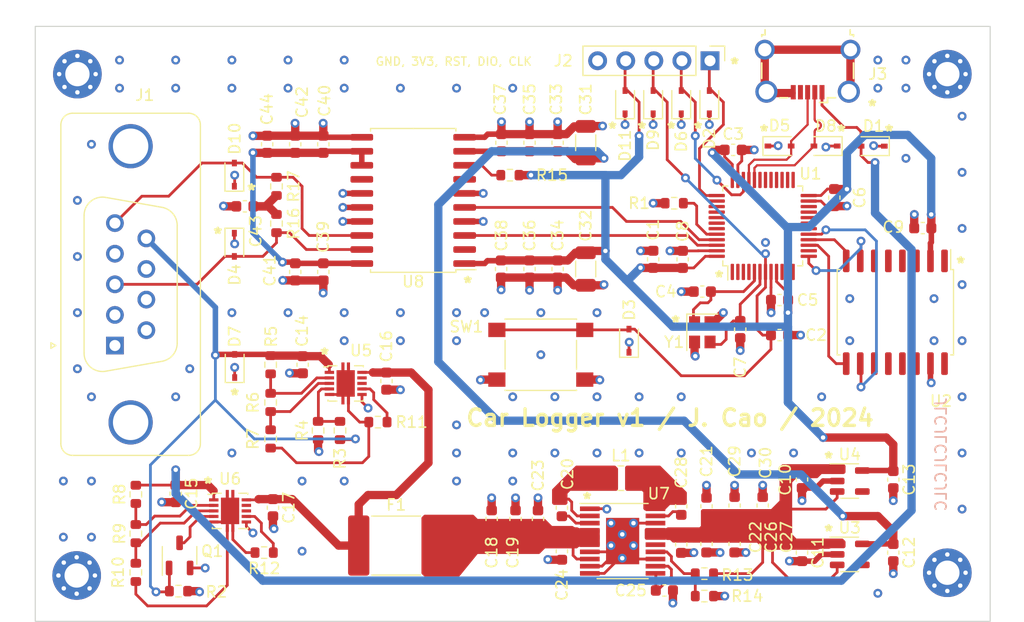
<source format=kicad_pcb>
(kicad_pcb (version 20211014) (generator pcbnew)
  (title_block (title "Car Logger") (date "2024-02-19") (rev "v1") (company "Johnny Cao"))
  (layers (0 "F.Cu" signal) (1 "In1.Cu" signal) (2 "In2.Cu" signal) (31 "B.Cu" signal) (34 "B.Paste" user) (35 "F.Paste" user) (36 "B.SilkS" user "B.Silkscreen") (37 "F.SilkS" user "F.Silkscreen") (38 "B.Mask" user) (39 "F.Mask" user) (44 "Edge.Cuts" user))
  (net 0 "")
  (net 1 "+3V3")
  (net 2 "GND")
  (net 3 "/Connectors/BTN_RST")
  (net 4 "/Logging/MCU_OSC_IN")
  (net 5 "/Logging/MCU_OSC_OUT")
  (net 6 "+5V")
  (net 7 "+BATT")
  (net 8 "VBUS")
  (net 9 "/Power/Protection and Switchover/PWR_POST_PROT")
  (net 10 "/Power/First Stage Buck Boost/BB_IGN")
  (net 11 "/Power/First Stage Buck Boost/BB_BST1")
  (net 12 "/Power/First Stage Buck Boost/BB_L1")
  (net 13 "/Power/First Stage Buck Boost/BB_L2")
  (net 14 "/Power/First Stage Buck Boost/BB_BST2")
  (net 15 "/Power/First Stage Buck Boost/BB_VREG")
  (net 16 "/Logging/CAN Transceiver/CAN_VISOOUT")
  (net 17 "GNDA")
  (net 18 "Net-(C43-Pad1)")
  (net 19 "/Connectors/SWD_CLK")
  (net 20 "/Connectors/DSUB_CAN_H")
  (net 21 "/Connectors/USB_D+")
  (net 22 "/Connectors/SWD_DIO")
  (net 23 "/Connectors/USB_D-")
  (net 24 "/Connectors/DSUB_CAN_L")
  (net 30 "/Power/Protection and Switchover/PROT_VBUS_NSHDN")
  (net 31 "/Logging/MCU_BOOT0")
  (net 32 "/Power/Protection and Switchover/PROT_VBATT_NSHDN")
  (net 33 "/Power/Protection and Switchover/PROT_VBATT_UVLO")
  (net 34 "/Power/Protection and Switchover/PROT_VBATT_OVP")
  (net 35 "/Power/Protection and Switchover/PROT_VBATT_RTN")
  (net 36 "/Power/Protection and Switchover/PROT_VBUS_UVLO")
  (net 37 "/Power/Protection and Switchover/PROT_VBUS_OVP")
  (net 38 "/Power/Protection and Switchover/PROT_VBUS_RTN")
  (net 39 "/Power/Protection and Switchover/PROT_VBATT_ILIM")
  (net 40 "/Power/Protection and Switchover/PROT_VBUS_ILIM")
  (net 41 "/Power/First Stage Buck Boost/BB_VOS_FB")
  (net 42 "/Logging/CAN Transceiver/CAN_EN")
  (net 50 "/Logging/FLASH_CS")
  (net 52 "/Logging/FLASH_SCK")
  (net 53 "/Logging/FLASH_MISO")
  (net 54 "/Logging/FLASH_MOSI")
  (net 73 "/Logging/CAN Transceiver/CAN_RXD")
  (net 74 "/Logging/CAN Transceiver/CAN_TXD")
  (net 95 "/Power/BB_VOUT")
  (footprint "Resistor_SMD:R_0603_1608Metric" (layer "F.Cu") (at 103.073984 103.822 -90)
    (fp_text reference "R9")
    (fp_text value "13k3")
  )
  (footprint "Diode_SMD:D_SOD-323" (layer "F.Cu") (at 161.29 68.74)
    (fp_text reference "D5")
    (fp_text value "D_TVS")
  )
  (footprint "Capacitor_SMD:C_0603_1608Metric" (layer "F.Cu") (at 150.876 108.966)
    (fp_text reference "C25")
    (fp_text value "4u7")
  )
  (footprint "Package_QFP:LQFP-48_7x7mm_P0.5mm" (layer "F.Cu") (at 159.77 75.97 90)
    (fp_text reference "U1")
    (fp_text value "STM32F042C6Tx")
  )
  (footprint "Diode_SMD:D_SOD-323" (layer "F.Cu") (at 147.674516 86.36 90)
    (fp_text reference "D3")
    (fp_text value "D_TVS")
  )
  (footprint "Capacitor_SMD:C_0603_1608Metric" (layer "F.Cu") (at 154.305 81.915 180)
    (fp_text reference "C4")
    (fp_text value "10p")
  )
  (footprint "Capacitor_SMD:C_0603_1608Metric" (layer "F.Cu") (at 152.4 101.346 -90)
    (fp_text reference "C21")
    (fp_text value "100n")
  )
  (footprint "Capacitor_SMD:C_0603_1608Metric" (layer "F.Cu") (at 152.527 79 90)
    (fp_text reference "C8")
    (fp_text value "100n")
  )
  (footprint "Capacitor_SMD:C_0603_1608Metric" (layer "F.Cu") (at 157.226 104.74842 -90)
    (fp_text reference "C27")
    (fp_text value "10u")
  )
  (footprint "Capacitor_SMD:C_0603_1608Metric" (layer "F.Cu") (at 138.68 79.86942 -90)
    (fp_text reference "C36")
    (fp_text value "1u")
  )
  (footprint "Capacitor_SMD:C_0603_1608Metric" (layer "F.Cu") (at 154.686 104.74842 -90)
    (fp_text reference "C26")
    (fp_text value "2u2")
  )
  (footprint "Capacitor_SMD:C_0603_1608Metric" (layer "F.Cu") (at 112.935 74.1979 180)
    (fp_text reference "C43")
    (fp_text value "100n")
  )
  (footprint "Diode_SMD:D_SOD-323" (layer "F.Cu") (at 169.715 68.75 180)
    (fp_text reference "D1")
    (fp_text value "D_TVS")
  )
  (footprint "Connector_PinHeader_2.54mm:PinHeader_1x05_P2.54mm_Vertical" (layer "F.Cu") (at 155 61.02 -90)
    (fp_text reference "J2")
    (fp_text value "Conn_01x05")
  )
  (footprint "Capacitor_SMD:C_0603_1608Metric" (layer "F.Cu") (at 141.22 79.86942 -90)
    (fp_text reference "C34")
    (fp_text value "10u")
  )
  (footprint "Capacitor_SMD:C_0603_1608Metric" (layer "F.Cu") (at 152.4 104.7875 -90)
    (fp_text reference "C22")
    (fp_text value "100n")
  )
  (footprint "Resistor_SMD:R_0603_1608Metric" (layer "F.Cu") (at 103.073984 100.266 -90)
    (fp_text reference "R8")
    (fp_text value "35k7")
  )
  (footprint "Capacitor_SMD:C_0603_1608Metric" (layer "F.Cu") (at 171.577 98.933 -90)
    (fp_text reference "C13")
    (fp_text value "1u")
  )
  (footprint "Capacitor_SMD:C_0603_1608Metric" (layer "F.Cu") (at 139.446 102.489 -90)
    (fp_text reference "C23")
    (fp_text value "100n")
  )
  (footprint "Capacitor_SMD:C_0603_1608Metric" (layer "F.Cu") (at 117.49 68.58 90)
    (fp_text reference "C42")
    (fp_text value "1u")
  )
  (footprint "Diode_SMD:D_SOD-323" (layer "F.Cu") (at 111.985 77.6779 -90)
    (fp_text reference "D4")
    (fp_text value "D_TVS")
  )
  (footprint "Resistor_SMD:R_0603_1608Metric" (layer "F.Cu") (at 115.265484 95.25 -90)
    (fp_text reference "R7")
    (fp_text value "10k")
  )
  (footprint "Package_SON:VSON-10-1EP_3x3mm_P0.5mm_EP1.65x2.4mm" (layer "F.Cu") (at 122.053484 90.22571)
    (fp_text reference "U5")
    (fp_text value "TPS2662x")
  )
  (footprint "Capacitor_SMD:C_0603_1608Metric" (layer "F.Cu") (at 137.414 102.489 90)
    (fp_text reference "C19")
    (fp_text value "10u")
  )
  (footprint "Capacitor_SMD:C_0603_1608Metric" (layer "F.Cu") (at 118.160984 88.53571 -90)
    (fp_text reference "C14")
    (fp_text value "1u")
  )
  (footprint "Resistor_SMD:R_0603_1608Metric" (layer "F.Cu") (at 115.795 72.39 90)
    (fp_text reference "R17")
    (fp_text value "62R")
  )
  (footprint "Capacitor_SMD:C_1206_3216Metric" (layer "F.Cu") (at 143.76 68.43942 90)
    (fp_text reference "C31")
    (fp_text value "47u")
  )
  (footprint "Capacitor_SMD:C_0603_1608Metric" (layer "F.Cu") (at 141.605 101.473 90)
    (fp_text reference "C20")
    (fp_text value "100n")
  )
  (footprint "Diode_SMD:D_SOD-323" (layer "F.Cu") (at 149.86 64.77 90)
    (fp_text reference "D9")
    (fp_text value "D_TVS")
  )
  (footprint "Diode_SMD:D_SOD-323" (layer "F.Cu") (at 111.985 71.3279 90)
    (fp_text reference "D10")
    (fp_text value "D_TVS")
  )
  (footprint "Button_Switch_SMD:SW_Push_1P1T_NO_6x6mm_H9.5mm" (layer "F.Cu") (at 139.7 87.63 180)
    (fp_text reference "SW1")
    (fp_text value "SW_Push")
  )
  (footprint "Capacitor_SMD:C_0603_1608Metric" (layer "F.Cu") (at 125.743484 90.01571 -90)
    (fp_text reference "C16")
    (fp_text value "1u")
  )
  (footprint "Capacitor_SMD:C_0603_1608Metric" (layer "F.Cu") (at 138.68 68.43942 90)
    (fp_text reference "C35")
    (fp_text value "1u")
  )
  (footprint "Inductor_SMD:L_1008_2520Metric" (layer "F.Cu") (at 146.939 98.806)
    (fp_text reference "L1")
    (fp_text value "4u7")
  )
  (footprint "Capacitor_SMD:C_0603_1608Metric" (layer "F.Cu") (at 163.322 105.537 -90)
    (fp_text reference "C11")
    (fp_text value "1u")
  )
  (footprint "Resistor_SMD:R_0603_1608Metric" (layer "F.Cu") (at 121.539 94.488 90)
    (fp_text reference "R3")
    (fp_text value "0R")
  )
  (footprint "Capacitor_SMD:C_0603_1608Metric" (layer "F.Cu") (at 141.22 68.43942 90)
    (fp_text reference "C33")
    (fp_text value "10u")
  )
  (footprint "Resistor_SMD:R_0603_1608Metric" (layer "F.Cu") (at 103.073984 107.3295 -90)
    (fp_text reference "R10")
    (fp_text value "10k")
  )
  (footprint "Capacitor_SMD:C_0603_1608Metric" (layer "F.Cu") (at 161.29 82.677 180)
    (fp_text reference "C5")
    (fp_text value "100n")
  )
  (footprint "Diode_SMD:D_SOD-323" (layer "F.Cu") (at 154.94 64.77 90)
    (fp_text reference "D2")
    (fp_text value "D_TVS")
  )
  (footprint "Capacitor_SMD:C_0603_1608Metric" (layer "F.Cu") (at 115.476484 101.4745 -90)
    (fp_text reference "C17")
    (fp_text value "1u")
  )
  (footprint "Resistor_SMD:R_0603_1608Metric" (layer "F.Cu") (at 124.968 93.726 180)
    (fp_text reference "R11")
    (fp_text value "33k2")
  )
  (footprint "Package_TO_SOT_SMD:SOT-23-5" (layer "F.Cu") (at 167.64 105.7)
    (fp_text reference "U3")
    (fp_text value "TC122x")
  )
  (footprint "Resistor_SMD:R_0603_1608Metric" (layer "F.Cu") (at 154.495 107.442 180)
    (fp_text reference "R13")
    (fp_text value "66k5")
  )
  (footprint "Resistor_SMD:R_0603_1608Metric" (layer "F.Cu") (at 115.265484 88.53571 -90)
    (fp_text reference "R5")
    (fp_text value "147k")
  )
  (footprint "Package_SON:VSON-10-1EP_3x3mm_P0.5mm_EP1.65x2.4mm" (layer "F.Cu") (at 111.596484 101.7645)
    (fp_text reference "U6")
    (fp_text value "TPS2662x")
  )
  (footprint "Resistor_SMD:R_0603_1608Metric" (layer "F.Cu") (at 106.934 109.027)
    (fp_text reference "R2")
    (fp_text value "10k")
  )
  (footprint "Resistor_SMD:R_0603_1608Metric" (layer "F.Cu") (at 154.495 109.474)
    (fp_text reference "R14")
    (fp_text value "10k")
  )
  (footprint "Resistor_SMD:R_0603_1608Metric" (layer "F.Cu") (at 115.795 75.755 90)
    (fp_text reference "R16")
    (fp_text value "62R")
  )
  (footprint "Diode_SMD:D_SOD-323" (layer "F.Cu") (at 165.45 68.74 180)
    (fp_text reference "D8")
    (fp_text value "D_TVS")
  )
  (footprint "Resistor_SMD:R_0603_1608Metric" (layer "F.Cu") (at 119.557516 94.488 -90)
    (fp_text reference "R4")
    (fp_text value "10k")
  )
  (footprint "Capacitor_SMD:C_0603_1608Metric" (layer "F.Cu") (at 149.86 78.994 90)
    (fp_text reference "C1")
    (fp_text value "4u7")
  )
  (footprint "Resistor_SMD:R_0603_1608Metric" (layer "F.Cu") (at 115.265484 91.948 -90)
    (fp_text reference "R6")
    (fp_text value "10k")
  )
  (footprint "Capacitor_SMD:C_0603_1608Metric" (layer "F.Cu") (at 171.577 105.537 -90)
    (fp_text reference "C12")
    (fp_text value "1u")
  )
  (footprint "Capacitor_SMD:C_0603_1608Metric" (layer "F.Cu") (at 120.03 68.58 90)
    (fp_text reference "C40")
    (fp_text value "10n")
  )
  (footprint "Capacitor_SMD:C_0603_1608Metric" (layer "F.Cu") (at 117.49 80.1321 -90)
    (fp_text reference "C41")
    (fp_text value "10u")
  )
  (footprint "Package_TO_SOT_SMD:SOT-23-3" (layer "F.Cu") (at 107.031484 105.791 90)
    (fp_text reference "Q1")
    (fp_text value "Q_NMOS_GSD")
  )
  (footprint "Diode_SMD:D_SOD-323" (layer "F.Cu") (at 112.014 88.646 90)
    (fp_text reference "D7")
    (fp_text value "D_TVS")
  )
  (footprint "Capacitor_SMD:C_0603_1608Metric" (layer "F.Cu") (at 174.244 76.165 180)
    (fp_text reference "C9")
    (fp_text value "100n")
  )
  (footprint "Resistor_SMD:R_0603_1608Metric" (layer "F.Cu") (at 136.906 71.374 180)
    (fp_text reference "R15")
    (fp_text value "10k")
  )
  (footprint "Capacitor_SMD:C_0603_1608Metric" (layer "F.Cu") (at 157.099 69.088)
    (fp_text reference "C3")
    (fp_text value "100n")
  )
  (footprint "Capacitor_SMD:C_0603_1608Metric" (layer "F.Cu") (at 161.29 85.852)
    (fp_text reference "C2")
    (fp_text value "100n")
  )
  (footprint "Resistor_SMD:R_0603_1608Metric" (layer "F.Cu") (at 114.681 105.537 180)
    (fp_text reference "R12")
    (fp_text value "15k8")
  )
  (footprint "Capacitor_SMD:C_0603_1608Metric" (layer "F.Cu") (at 166.243 73.406 -90)
    (fp_text reference "C6")
    (fp_text value "100n")
  )
  (footprint "Capacitor_SMD:C_0603_1608Metric" (layer "F.Cu") (at 141.605 105.41 -90)
    (fp_text reference "C24")
    (fp_text value "470n")
  )
  (footprint "Capacitor_SMD:C_0603_1608Metric" (layer "F.Cu") (at 163.322 98.91942 -90)
    (fp_text reference "C10")
    (fp_text value "1u")
  )
  (footprint "Capacitor_SMD:C_0603_1608Metric" (layer "F.Cu") (at 135.255 102.489 90)
    (fp_text reference "C18")
    (fp_text value "10u")
  )
  (footprint "Package_SO:SOIC-20W_7.5x12.8mm_P1.27mm" (layer "F.Cu") (at 128.16 73.66 180)
    (fp_text reference "U8")
    (fp_text value "ISOW1044")
  )
  (footprint "Diode_SMD:D_SOD-323" (layer "F.Cu") (at 152.4 64.77 90)
    (fp_text reference "D6")
    (fp_text value "D_TVS")
  )
  (footprint "Resistor_SMD:R_0603_1608Metric" (layer "F.Cu") (at 151.765 73.914 180)
    (fp_text reference "R1")
    (fp_text value "10k")
  )
  (footprint "Capacitor_SMD:C_1206_3216Metric" (layer "F.Cu") (at 143.76 79.86942 -90)
    (fp_text reference "C32")
    (fp_text value "47u")
  )
  (footprint "Diode_SMD:D_SOD-323" (layer "F.Cu") (at 147.32 64.77 90)
    (fp_text reference "D11")
    (fp_text value "D_TVS")
  )
  (footprint "MountingHole:MountingHole_2.2mm_M2_Pad_Via" (layer "F.Cu") (at 97.79 62.23)
    (fp_text reference "H1" hide)
    (fp_text value "MountingHole_Pad")
  )
  (footprint "Capacitor_SMD:C_0603_1608Metric" (layer "F.Cu") (at 106.68 100.203 -90)
    (fp_text reference "C15")
    (fp_text value "1u")
  )
  (footprint "Capacitor_SMD:C_0603_1608Metric" (layer "F.Cu") (at 157.734 85.344 -90)
    (fp_text reference "C7")
    (fp_text value "10p")
  )
  (footprint "Package_SO:SOIC-16W_7.5x10.3mm_P1.27mm" (layer "F.Cu") (at 171.764516 83.785 -90)
    (fp_text reference "U2")
    (fp_text value "S25FLxS")
  )
  (footprint "Capacitor_SMD:C_0603_1608Metric" (layer "F.Cu") (at 120.03 80.1321 -90)
    (fp_text reference "C39")
    (fp_text value "100n")
  )
  (footprint "Capacitor_SMD:C_0603_1608Metric" (layer "F.Cu") (at 136.14 68.43942 90)
    (fp_text reference "C37")
    (fp_text value "10n")
  )
  (footprint "Capacitor_SMD:C_0603_1608Metric" (layer "F.Cu") (at 154.686 101.346 90)
    (fp_text reference "C28")
    (fp_text value "10u")
  )
  (footprint "Capacitor_SMD:C_0603_1608Metric" (layer "F.Cu") (at 157.226 101.27542 90)
    (fp_text reference "C29")
    (fp_text value "10u")
  )
  (footprint "MountingHole:MountingHole_2.2mm_M2_Pad_Via" (layer "F.Cu") (at 176.464516 62.23)
    (fp_text reference "H2" hide)
    (fp_text value "MountingHole_Pad")
  )
  (footprint "Capacitor_SMD:C_0603_1608Metric" (layer "F.Cu") (at 159.766 101.276 90)
    (fp_text reference "C30")
    (fp_text value "10u")
  )
  (footprint "Capacitor_SMD:C_0603_1608Metric" (layer "F.Cu") (at 114.95 68.58 90)
    (fp_text reference "C44")
    (fp_text value "10u")
  )
  (footprint "MountingHole:MountingHole_2.2mm_M2_Pad_Via" (layer "F.Cu") (at 97.724516 107.61)
    (fp_text reference "H4" hide)
    (fp_text value "MountingHole_Pad")
  )
  (footprint "Crystal:Crystal_SMD_2520-4Pin_2.5x2.0mm" (layer "F.Cu") (at 154.305 85.598 -90)
    (fp_text reference "Y1")
    (fp_text value "Crystal_GND24_Small")
  )
  (footprint "Fuse:Fuse_2920_7451Metric" (layer "F.Cu") (at 126.619 104.902)
    (fp_text reference "F1")
    (fp_text value "Polyfuse")
  )
  (footprint "Package_TO_SOT_SMD:SOT-23-5" (layer "F.Cu") (at 167.64 99.06)
    (fp_text reference "U4")
    (fp_text value "MIC5504-3.3YM5")
  )
  (footprint "MountingHole:MountingHole_2.2mm_M2_Pad_Via" (layer "F.Cu") (at 176.464516 107.36)
    (fp_text reference "H3" hide)
    (fp_text value "MountingHole_Pad")
  )
  (footprint "Connector_USB:USB_Micro-B_Wuerth_629105150521_CircularHoles" (layer "F.Cu") (at 163.83 61.97 180)
    (fp_text reference "J3")
    (fp_text value "USB_B_Micro")
  )
  (footprint "Connector_Dsub:DSUB-9_Male_Vertical_P2.77x2.84mm_MountingHoles" (layer "F.Cu") (at 101.184185 86.795 90)
    (fp_text reference "J1")
    (fp_text value "DB9_Male")
  )
  (footprint "Capacitor_SMD:C_0603_1608Metric" (layer "F.Cu") (at 136.11 79.86942 -90)
    (fp_text reference "C38")
    (fp_text value "100n")
  )
  (footprint "Package_SO:Texas_PWP0020A" (layer "F.Cu") (at 147.1 104.49442)
    (fp_text reference "U7")
    (fp_text value "TPS5516x-Q1")
  )
  (gr_rect (start 93.98 57.912) (end 180.34 111.76) (layer "Edge.Cuts") (width 0.1) (fill none))
  (gr_text "JLCJLCJLCJLC" (at 175.895 96.647 90) (layer "B.SilkS") (effects (font (size 1 1)) (justify mirror)))
  (gr_text "*" (at 169.672 65.151) (layer "F.SilkS") (effects (font (size 1 1) (thickness 0.25))))
  (gr_text "*" (at 165.735 103.632) (layer "F.SilkS") (effects (font (size 1 1) (thickness 0.25))))
  (gr_text "*" (at 109.601 99.314) (layer "F.SilkS") (effects (font (size 1 1) (thickness 0.25))))
  (gr_text "*" (at 112.014 91.313) (layer "F.SilkS") (effects (font (size 1 1) (thickness 0.25))))
  (gr_text "*" (at 110.49 76.708) (layer "F.SilkS") (effects (font (size 1 1) (thickness 0.25))))
  (gr_text "*" (at 143.891 100.711) (layer "F.SilkS") (effects (font (size 1 1) (thickness 0.25))))
  (gr_text "*" (at 133.096 81.153) (layer "F.SilkS") (effects (font (size 1 1) (thickness 0.25))))
  (gr_text "*" (at 177.673 79.375) (layer "F.SilkS") (effects (font (size 1 1) (thickness 0.25))))
  (gr_text "*" (at 151.892 84.709) (layer "F.SilkS") (effects (font (size 1 1) (thickness 0.25))))
  (gr_text "*" (at 159.893 67.437) (layer "F.SilkS") (effects (font (size 1 1) (thickness 0.25))))
  (gr_text "*" (at 146.177 67.183) (layer "F.SilkS") (effects (font (size 1 1) (thickness 0.25))))
  (gr_text "*" (at 165.735 97.028) (layer "F.SilkS") (effects (font (size 1 1) (thickness 0.25))))
  (gr_text "*" (at 148.844 67.183) (layer "F.SilkS") (effects (font (size 1 1) (thickness 0.25))))
  (gr_text "*" (at 120.142 87.63) (layer "F.SilkS") (effects (font (size 1 1) (thickness 0.25))))
  (gr_text "*" (at 155.829 80.645) (layer "F.SilkS") (effects (font (size 1 1) (thickness 0.25))))
  (gr_text "*" (at 157.226 61.341) (layer "F.SilkS") (effects (font (size 1 1) (thickness 0.25))))
  (gr_text "Car Logger v1 / J. Cao / 2024" (at 151.384 93.345) (layer "F.SilkS") (effects (font (size 1.5 1.5) (thickness 0.3))))
  (gr_text "*" (at 153.924 67.183) (layer "F.SilkS") (effects (font (size 1 1) (thickness 0.25))))
  (gr_text "*" (at 113.538 72.771) (layer "F.SilkS") (effects (font (size 1 1) (thickness 0.25))))
  (gr_text "*" (at 166.878 67.437) (layer "F.SilkS") (effects (font (size 1 1) (thickness 0.25))))
  (gr_text "*" (at 171.196 67.437) (layer "F.SilkS") (effects (font (size 1 1) (thickness 0.25))))
  (gr_text "GND, 3V3, RST, DIO, CLK" (at 131.826 61.087) (layer "F.SilkS") (effects (font (size 0.75 0.75) (thickness 0.125))))
  (gr_text "*" (at 151.511 67.183) (layer "F.SilkS") (effects (font (size 1 1) (thickness 0.25))))
  (segment (start 134.62 79.375) (end 134.874 79.121) (width 0.5) (layer "F.Cu") (net 1))
  (segment (start 174.939516 77.530516) (end 175.019 77.451032) (width 0.5) (layer "F.Cu") (net 1))
  (segment (start 147.54 63.72) (end 148.59 64.77) (width 0.25) (layer "F.Cu") (net 1))
  (segment (start 134.874 79.121) (end 136.08342 79.121) (width 0.5) (layer "F.Cu") (net 1))
  (segment (start 171.577 98.158) (end 171.577 95.758) (width 0.75) (layer "F.Cu") (net 1))
  (segment (start 163.9325 73.22) (end 165.032 73.22) (width 0.25) (layer "F.Cu") (net 1))
  (segment (start 143.92242 78.232) (end 143.76 78.39442) (width 0.75) (layer "F.Cu") (net 1))
  (segment (start 165.032 73.22) (end 165.621 72.631) (width 0.25) (layer "F.Cu") (net 1))
  (segment (start 141.22 79.09442) (end 142.13958 79.09442) (width 0.75) (layer "F.Cu") (net 1))
  (segment (start 142.13958 79.09442) (end 142.83958 78.39442) (width 0.75) (layer "F.Cu") (net 1))
  (segment (start 147.32 63.72) (end 147.32 61.08) (width 0.25) (layer "F.Cu") (net 1))
  (segment (start 145.542 78.232) (end 143.92242 78.232) (width 0.75) (layer "F.Cu") (net 1))
  (segment (start 148.59 67.31) (end 148.59 67.818) (width 0.25) (layer "F.Cu") (net 1))
  (segment (start 165.621 72.631) (end 166.243 72.631) (width 0.25) (layer "F.Cu") (net 1))
  (segment (start 154.579 78.72) (end 153.524 79.775) (width 0.25) (layer "F.Cu") (net 1))
  (segment (start 168.7775 98.11) (end 171.529 98.11) (width 0.5) (layer "F.Cu") (net 1))
  (segment (start 148.73 79.769) (end 148.717 79.756) (width 0.75) (layer "F.Cu") (net 1))
  (segment (start 149.86 79.769) (end 152.521 79.769) (width 0.75) (layer "F.Cu") (net 1))
  (segment (start 171.577 95.758) (end 170.942 95.123) (width 0.75) (layer "F.Cu") (net 1))
  (segment (start 162.065 82.677) (end 162.065 83.807) (width 0.75) (layer "F.Cu") (net 1))
  (segment (start 175.019 77.451032) (end 175.019 76.165) (width 0.5) (layer "F.Cu") (net 1))
  (segment (start 155.194 69.342) (end 155.448 69.088) (width 0.75) (layer "F.Cu") (net 1))
  (segment (start 155.448 69.088) (end 156.324 69.088) (width 0.75) (layer "F.Cu") (net 1))
  (segment (start 166.243 72.631) (end 167.373 72.631) (width 0.75) (layer "F.Cu") (net 1))
  (segment (start 170.942 95.123) (end 165.227 95.123) (width 0.75) (layer "F.Cu") (net 1))
  (segment (start 155.6075 78.72) (end 154.579 78.72) (width 0.25) (layer "F.Cu") (net 1))
  (segment (start 157.02 71.8075) (end 157.02 70.406) (width 0.25) (layer "F.Cu") (net 1))
  (segment (start 153.524 79.775) (end 152.527 79.775) (width 0.25) (layer "F.Cu") (net 1))
  (segment (start 175.019 76.165) (end 175.019 74.943) (width 0.75) (layer "F.Cu") (net 1))
  (segment (start 138.68 79.09442) (end 141.22 79.09442) (width 0.75) (layer "F.Cu") (net 1))
  (segment (start 162.065 83.807) (end 162.052 83.82) (width 0.75) (layer "F.Cu") (net 1))
  (segment (start 142.83958 78.39442) (end 143.76 78.39442) (width 0.75) (layer "F.Cu") (net 1))
  (segment (start 137.731 71.374) (end 138.811 71.374) (width 0.75) (layer "F.Cu") (net 1))
  (segment (start 157.02 70.406) (end 156.324 69.71) (width 0.25) (layer "F.Cu") (net 1))
  (segment (start 136.11 79.09442) (end 138.68 79.09442) (width 0.75) (layer "F.Cu") (net 1))
  (segment (start 167.373 72.631) (end 167.386 72.644) (width 0.75) (layer "F.Cu") (net 1))
  (segment (start 162.065 82.055) (end 162.065 82.677) (width 0.25) (layer "F.Cu") (net 1))
  (segment (start 161.02 80.1325) (end 161.02 81.01) (width 0.25) (layer "F.Cu") (net 1))
  (segment (start 161.02 81.01) (end 162.065 82.055) (width 0.25) (layer "F.Cu") (net 1))
  (segment (start 132.81 79.375) (end 134.62 79.375) (width 0.5) (layer "F.Cu") (net 1))
  (segment (start 147.32 63.72) (end 147.54 63.72) (width 0.25) (layer "F.Cu") (net 1))
  (segment (start 149.86 79.769) (end 148.73 79.769) (width 0.75) (layer "F.Cu") (net 1))
  (segment (start 174.939516 79.135) (end 174.939516 77.530516) (width 0.5) (layer "F.Cu") (net 1))
  (segment (start 148.59 64.77) (end 148.59 67.31) (width 0.25) (layer "F.Cu") (net 1))
  (segment (start 156.324 69.71) (end 156.324 69.088) (width 0.25) (layer "F.Cu") (net 1))
  (segment (start 175.019 74.943) (end 175.006 74.93) (width 0.75) (layer "F.Cu") (net 1))
  (via (at 145.542 78.232) (size 0.8) (drill 0.4) (layers "F.Cu" "B.Cu") (net 1))
  (via (at 155.194 69.342) (size 0.8) (drill 0.4) (layers "F.Cu" "B.Cu") (net 1))
  (via (at 167.386 72.644) (size 0.8) (drill 0.4) (layers "F.Cu" "B.Cu") (net 1))
  (via (at 175.006 74.93) (size 0.8) (drill 0.4) (layers "F.Cu" "B.Cu") (net 1))
  (via (at 138.811 71.374) (size 0.8) (drill 0.4) (layers "F.Cu" "B.Cu") (net 1))
  (via (at 162.052 83.82) (size 0.8) (drill 0.4) (layers "F.Cu" "B.Cu") (net 1))
  (via (at 148.59 67.818) (size 0.8) (drill 0.4) (layers "F.Cu" "B.Cu") (net 1))
  (via (at 165.227 95.123) (size 0.8) (drill 0.4) (layers "F.Cu" "B.Cu") (net 1))
  (via (at 148.717 79.756) (size 0.8) (drill 0.4) (layers "F.Cu" "B.Cu") (net 1))
  (segment (start 146.939 71.374) (end 148.59 69.723) (width 0.75) (layer "B.Cu") (net 1))
  (segment (start 168.996 67.732) (end 172.888 67.732) (width 0.75) (layer "B.Cu") (net 1))
  (segment (start 162.052 91.948) (end 162.052 83.82) (width 0.75) (layer "B.Cu") (net 1))
  (segment (start 145.542 78.232) (end 145.542 78.994) (width 0.75) (layer "B.Cu") (net 1))
  (segment (start 167.386 72.644) (end 167.386 69.342) (width 0.75) (layer "B.Cu") (net 1))
  (segment (start 163.957 76.073) (end 167.386 72.644) (width 0.75) (layer "B.Cu") (net 1))
  (segment (start 167.386 69.342) (end 168.996 67.732) (width 0.75) (layer "B.Cu") (net 1))
  (segment (start 162.052 85.09) (end 162.052 91.948) (width 0.75) (layer "B.Cu") (net 1))
  (segment (start 145.542 71.374) (end 138.811 71.374) (width 0.75) (layer "B.Cu") (net 1))
  (segment (start 145.542 78.994) (end 147.3835 80.8355) (width 0.75) (layer "B.Cu") (net 1))
  (segment (start 148.717 79.756) (end 147.6375 80.8355) (width 0.75) (layer "B.Cu") (net 1))
  (segment (start 155.194 69.342) (end 161.925 76.073) (width 0.75) (layer "B.Cu") (net 1))
  (segment (start 162.052 83.82) (end 162.052 76.2) (width 0.75) (layer "B.Cu") (net 1))
  (segment (start 147.3835 80.8355) (end 151.638 85.09) (width 0.75) (layer "B.Cu") (net 1))
  (segment (start 138.811 71.374) (end 146.939 71.374) (width 0.75) (layer "B.Cu") (net 1))
  (segment (start 175.006 69.85) (end 175.006 74.93) (width 0.75) (layer "B.Cu") (net 1))
  (segment (start 162.052 76.2) (end 161.925 76.073) (width 0.75) (layer "B.Cu") (net 1))
  (segment (start 161.925 76.073) (end 163.957 76.073) (width 0.75) (layer "B.Cu") (net 1))
  (segment (start 165.227 95.123) (end 162.052 91.948) (width 0.75) (layer "B.Cu") (net 1))
  (segment (start 147.6375 80.8355) (end 147.3835 80.8355) (width 0.75) (layer "B.Cu") (net 1))
  (segment (start 151.638 85.09) (end 162.052 85.09) (width 0.75) (layer "B.Cu") (net 1))
  (segment (start 145.542 78.232) (end 145.542 71.374) (width 0.75) (layer "B.Cu") (net 1))
  (segment (start 172.888 67.732) (end 175.006 69.85) (width 0.75) (layer "B.Cu") (net 1))
  (segment (start 148.59 69.723) (end 148.59 67.818) (width 0.75) (layer "B.Cu") (net 1))
  (segment (start 144.998 89.88) (end 145.034 89.916) (width 0.75) (layer "F.Cu") (net 2))
  (segment (start 153.53 81.915) (end 152.4 81.915) (width 0.75) (layer "F.Cu") (net 2))
  (segment (start 132.81 73.025) (end 134.493 73.025) (width 0.5) (layer "F.Cu") (net 2))
  (segment (start 141.22 81.784) (end 141.224 81.788) (width 0.5) (layer "F.Cu") (net 2))
  (segment (start 165.494 74.181) (end 166.243 74.181) (width 0.25) (layer "F.Cu") (net 2))
  (segment (start 141.22 80.64442) (end 141.98542 80.64442) (width 0.75) (layer "F.Cu") (net 2))
  (segment (start 160.230001 63.945001) (end 162.38 63.945001) (width 0.75) (layer "F.Cu") (net 2))
  (segment (start 143.76 81.34442) (end 145.35058 81.34442) (width 0.75) (layer "F.Cu") (net 2))
  (segment (start 105.423 100.978) (end 105.41 100.965) (width 0.75) (layer "F.Cu") (net 2))
  (segment (start 123.528484 91.22571) (end 123.528484 91.905484) (width 0.25) (layer "F.Cu") (net 2))
  (segment (start 113.071484 103.165484) (end 113.665 103.759) (width 0.25) (layer "F.Cu") (net 2))
  (segment (start 171.577 106.312) (end 171.577 107.442) (width 0.75) (layer "F.Cu") (net 2))
  (segment (start 135.255 101.714) (end 135.255 100.584) (width 0.75) (layer "F.Cu") (net 2))
  (segment (start 147.674516 87.41) (end 147.674516 86.513484) (width 0.25) (layer "F.Cu") (net 2))
  (segment (start 112.014 72.263) (end 112.014 71.374) (width 0.25) (layer "F.Cu") (net 2))
  (segment (start 154.686 105.52342) (end 155.89592 105.52342) (width 0.75) (layer "F.Cu") (net 2))
  (segment (start 138.68 67.66442) (end 138.68 66.552) (width 0.75) (layer "F.Cu") (net 2))
  (segment (start 138.68 67.66442) (end 141.22 67.66442) (width 0.75) (layer "F.Cu") (net 2))
  (segment (start 132.81 75.565) (end 134.493 75.565) (width 0.5) (layer "F.Cu") (net 2))
  (segment (start 141.98542 80.64442) (end 142.68542 81.34442) (width 0.75) (layer "F.Cu") (net 2))
  (segment (start 141.22 80.64442) (end 141.22 81.784) (width 0.75) (layer "F.Cu") (net 2))
  (segment (start 151.391 78.225) (end 151.384 78.232) (width 0.75) (layer "F.Cu") (net 2))
  (segment (start 141.22 67.66442) (end 141.22 66.552) (width 0.75) (layer "F.Cu") (net 2))
  (segment (start 123.528484 91.905484) (end 124.079 92.456) (width 0.25) (layer "F.Cu") (net 2))
  (segment (start 143.675 89.88) (end 144.998 89.88) (width 0.75) (layer "F.Cu") (net 2))
  (segment (start 136.11 80.64442) (end 136.11 81.754) (width 0.75) (layer "F.Cu") (net 2))
  (segment (start 151.651 108.966) (end 151.651 110.096) (width 0.75) (layer "F.Cu") (net 2))
  (segment (start 166.243 74.181) (end 167.373 74.181) (width 0.75) (layer "F.Cu") (net 2))
  (segment (start 134.275 89.88) (end 134.239 89.916) (width 0.75) (layer "F.Cu") (net 2))
  (segment (start 148.73 78.219) (end 148.717 78.232) (width 0.75) (layer "F.Cu") (net 2))
  (segment (start 154.94 65.82) (end 154.94 66.802) (width 0.25) (layer "F.Cu") (net 2))
  (segment (start 118.160984 89.31071) (end 116.99671 89.31071) (width 0.75) (layer "F.Cu") (net 2))
  (segment (start 166.5025 105.7) (end 165.064 105.7) (width 0.5) (layer "F.Cu") (net 2))
  (segment (start 134.90058 67.66442) (end 136.14 67.66442) (width 0.5) (layer "F.Cu") (net 2))
  (segment (start 147.32 65.82) (end 147.32 66.802) (width 0.25) (layer "F.Cu") (net 2))
  (segment (start 144.13 106.76942) (end 145.23 106.76942) (width 0.25) (layer "F.Cu") (net 2))
  (segment (start 141.22 67.66442) (end 142.01258 67.66442) (width 0.75) (layer "F.Cu") (net 2))
  (segment (start 125.743484 90.79071) (end 126.98571 90.79071) (width 0.75) (layer "F.Cu") (net 2))
  (segment (start 171.577 99.708) (end 171.577 100.838) (width 0.75) (layer "F.Cu") (net 2))
  (segment (start 160.515 82.677) (end 160.515 83.807) (width 0.75) (layer "F.Cu") (net 2))
  (segment (start 108.773 109.027) (end 108.839 109.093) (width 0.75) (layer "F.Cu") (net 2))
  (segment (start 145.43758 107.41942) (end 147.1 105.757) (width 0.25) (layer "F.Cu") (net 2))
  (segment (start 160.515 81.547) (end 160.52 81.542) (width 0.25) (layer "F.Cu") (net 2))
  (segment (start 119.557516 96.316516) (end 119.634 96.393) (width 0.75) (layer "F.Cu") (net 2))
  (segment (start 164.452 106.312) (end 163.322 106.312) (width 0.5) (layer "F.Cu") (net 2))
  (segment (start 157.874 70.091) (end 157.874 69.088) (width 0.25) (layer "F.Cu") (net 2))
  (segment (start 157.226 100.50042) (end 157.226 99.441) (width 0.75) (layer "F.Cu") (net 2))
  (segment (start 165.575 68.74) (end 165.481 68.834) (width 0.25) (layer "F.Cu") (net 2))
  (segment (start 160.24 68.74) (end 161.13 68.74) (width 0.25) (layer "F.Cu") (net 2))
  (segment (start 167.705 60.02) (end 167.705 63.67) (width 0.75) (layer "F.Cu") (net 2))
  (segment (start 136.14 66.552) (end 136.144 66.548) (width 0.5) (layer "F.Cu") (net 2))
  (segment (start 165.064 105.7) (end 164.452 106.312) (width 0.5) (layer "F.Cu") (net 2))
  (segment (start 160.515 83.807) (end 160.528 83.82) (width 0.75) (layer "F.Cu") (net 2))
  (segment (start 159.955 60.02) (end 159.955 63.67) (width 0.75) (layer "F.Cu") (net 2))
  (segment (start 174.939516 90.103516) (end 175.006 90.17) (width 0.5) (layer "F.Cu") (net 2))
  (segment (start 152.527 78.225) (end 151.391 78.225) (width 0.75) (layer "F.Cu") (net 2))
  (segment (start 152.4 65.82) (end 152.4 66.802) (width 0.25) (layer "F.Cu") (net 2))
  (segment (start 153.605 86.473) (end 153.605 87.692) (width 0.75) (layer "F.Cu") (net 2))
  (segment (start 111.985 77.568) (end 112.014 77.597) (width 0.25) (layer "F.Cu") (net 2))
  (segment (start 159.955 60.02) (end 167.705 60.02) (width 0.75) (layer "F.Cu") (net 2))
  (segment (start 170.765 68.75) (end 169.842 68.75) (width 0.25) (layer "F.Cu") (net 2))
  (segment (start 150.94 73.914) (end 149.86 73.914) (width 0.75) (layer "F.Cu") (net 2))
  (segment (start 158.22842 105.52342) (end 158.242 105.537) (width 0.75) (layer "F.Cu") (net 2))
  (segment (start 160.52 81.542) (end 160.52 80.1325) (width 0.25) (layer "F.Cu") (net 2))
  (segment (start 173.469 74.943) (end 173.482 74.93) (width 0.75) (layer "F.Cu") (net 2))
  (segment (start 115.476484 102.2495) (end 115.476484 103.284484) (width 0.75) (layer "F.Cu") (net 2))
  (segment (start 150.07 106.11942) (end 147.14042 106.11942) (width 0.25) (layer "F.Cu") (net 2))
  (segment (start 150.07 102.86942) (end 148.08258 102.86942) (width 0.25) (layer "F.Cu") (net 2))
  (segment (start 141.22 66.552) (end 141.224 66.548) (width 0.5) (layer "F.Cu") (net 2))
  (segment (start 136.14 67.66442) (end 138.68 67.66442) (width 0.75) (layer "F.Cu") (net 2))
  (segment (start 161.13 68.74) (end 161.163 68.707) (width 0.25) (layer "F.Cu") (net 2))
  (segment (start 149.86 78.219) (end 148.73 78.219) (width 0.75) (layer "F.Cu") (net 2))
  (segment (start 137.414 101.714) (end 137.414 100.584) (width 0.75) (layer "F.Cu") (net 2))
  (segment (start 174.939516 88.435) (end 174.939516 90.103516) (width 0.5) (layer "F.Cu") (net 2))
  (segment (start 140.361 106.185) (end 140.335 106.159) (width 0.75) (layer "F.Cu") (net 2))
  (segment (start 157.52 70.445) (end 157.874 70.091) (width 0.25) (layer "F.Cu") (net 2))
  (segment (start 115.476484 103.284484) (end 115.57 103.378) (width 0.75) (layer "F.Cu") (net 2))
  (segment (start 155.307 84.723) (end 156.21 83.82) (width 0.75) (layer "F.Cu") (net 2))
  (segment (start 155.89592 105.52342) (end 155.9095 105.537) (width 0.75) (layer "F.Cu") (net 2))
  (segment (start 142.71258 66.96442) (end 143.76 66.96442) (width 0.75) (layer "F.Cu") (net 2))
  (segment (start 135.725 89.88) (end 134.275 89.88) (width 0.75) (layer "F.Cu") (net 2))
  (segment (start 173.469 76.165) (end 173.469 74.943) (width 0.75) (layer "F.Cu") (net 2))
  (segment (start 156.337 109.474) (end 155.32 109.474) (width 0.75) (layer "F.Cu") (net 2))
  (segment (start 141.22 80.64442) (end 138.68 80.64442) (width 0.75) (layer "F.Cu") (net 2))
  (segment (start 166.5 68.74) (end 165.575 68.74) (width 0.25) (layer "F.Cu") (net 2))
  (segment (start 164.59258 99.69442) (end 163.322 99.69442) (width 0.5) (layer "F.Cu") (net 2))
  (segment (start 157.52 71.8075) (end 157.52 70.445) (width 0.25) (layer "F.Cu") (net 2))
  (segment (start 151.651 110.096) (end 151.638 110.109) (width 0.75) (layer "F.Cu") (net 2))
  (segment (start 144.13 101.56942) (end 145.63842 101.56942) (width 0.25) (layer "F.Cu") (net 2))
  (segment (start 154.686 100.571) (end 154.686 99.441) (width 0.75) (layer "F.Cu") (net 2))
  (segment (start 152.4 105.5625) (end 153.5175 105.5625) (width 0.75) (layer "F.Cu") (net 2))
  (segment (start 112.014 88.773) (end 112.014 89.696) (width 0.25) (layer "F.Cu") (net 2))
  (segment (start 155.005 84.723) (end 155.307 84.723) (width 0.75) (layer "F.Cu") (net 2))
  (segment (start 139.446 101.714) (end 139.446 100.584) (width 0.75) (layer "F.Cu") (net 2))
  (segment (start 119.557516 95.313) (end 119.557516 96.316516) (width 0.75) (layer "F.Cu") (net 2))
  (segment (start 165.033 73.72) (end 165.494 74.181) (width 0.25) (layer "F.Cu") (net 2))
  (segment (start 143.79542 66.929) (end 143.76 66.96442) (width 0.75) (layer "F.Cu") (net 2))
  (segment (start 160.515 82.677) (end 160.515 81.547) (width 0.25) (layer "F.Cu") (net 2))
  (segment (start 144.13 105.46942) (end 146.125 105.46942) (width 0.25) (layer "F.Cu") (net 2))
  (segment (start 142.01258 67.66442) (end 142.71258 66.96442) (width 0.75) (layer "F.Cu") (net 2))
  (segment (start 155.6075 78.22) (end 153.936 78.22) (width 0.25) (layer "F.Cu") (net 2))
  (segment (start 145.288 66.929) (end 143.79542 66.929) (width 0.75) (layer "F.Cu") (net 2))
  (segment (start 109.3415 106.9285) (end 109.347 106.934) (width 0.25) (layer "F.Cu") (net 2))
  (segment (start 165.227 99.06) (end 164.59258 99.69442) (width 0.5) (layer "F.Cu") (net 2))
  (segment (start 138.68 81.784) (end 138.684 81.788) (width 0.5) (layer "F.Cu") (net 2))
  (segment (start 149.86 65.82) (end 149.86 66.802) (width 0.25) (layer "F.Cu") (net 2))
  (segment (start 144.13 107.41942) (end 145.43758 107.41942) (width 0.25) (layer "F.Cu") (net 2))
  (segment (start 159.766 100.501) (end 159.766 99.441) (width 0.75) (layer "F.Cu") (net 2))
  (segment (start 141.605 106.185) (end 140.361 106.185) (width 0.75) (layer "F.Cu") (net 2))
  (segment (start 169.842 68.75) (end 169.799 68.707) (width 0.25) (layer "F.Cu") (net 2))
  (segment (start 157.226 105.52342) (end 158.22842 105.52342) (width 0.75) (layer "F.Cu") (net 2))
  (segment (start 136.14 67.66442) (end 136.14 66.552) (width 0.75) (layer "F.Cu") (net 2))
  (segment (start 106.68 100.978) (end 105.423 100.978) (width 0.75) (layer "F.Cu") (net 2))
  (segment (start 142.68542 81.34442) (end 143.76 81.34442) (width 0.75) (layer "F.Cu") (net 2))
  (segment (start 157.734 86.119) (end 157.734 87.249) (width 0.75) (layer "F.Cu") (net 2))
  (segment (start 163.9325 73.72) (end 165.033 73.72) (width 0.25) (layer "F.Cu") (net 2))
  (segment (start 167.373 74.181) (end 167.386 74.168) (width 0.75) (layer "F.Cu") (net 2))
  (segment (start 134.62 67.945) (end 134.90058 67.66442) (width 0.5) (layer "F.Cu") (net 2))
  (segment (start 157.874 69.088) (end 159.004 69.088) (width 0.75) (layer "F.Cu") (net 2))
  (segment (start 153.924 78.232) (end 152.534 78.232) (width 0.25) (layer "F.Cu") (net 2))
  (segment (start 132.81 67.945) (end 134.62 67.945) (width 0.5) (layer "F.Cu") (net 2))
  (segment (start 138.68 80.64442) (end 136.11 80.64442) (width 0.75) (layer "F.Cu") (net 2))
  (segment (start 107.981484 106.9285) (end 109.3415 106.9285) (width 0.25) (layer "F.Cu") (net 2))
  (segment (start 147.674516 86.513484) (end 147.696701 86.491299) (width 0.25) (layer "F.Cu") (net 2))
  (segment (start 126.98571 90.79071) (end 127 90.805) (width 0.75) (layer "F.Cu") (net 2))
  (segment (start 107.759 109.027) (end 108.773 109.027) (width 0.75) (layer "F.Cu") (net 2))
  (segment (start 153.605 87.692) (end 153.67 87.757) (width 0.75) (layer "F.Cu") (net 2))
  (segment (start 163.322 99.69442) (end 163.322 100.838) (width 0.75) (layer "F.Cu") (net 2))
  (segment (start 145.35058 81.34442) (end 145.415 81.28) (width 0.75) (layer "F.Cu") (net 2))
  (segment (start 138.68 66.552) (end 138.684 66.548) (width 0.5) (layer "F.Cu") (net 2))
  (segment (start 145.23 106.76942) (end 147.1 104.89942) (width 0.25) (layer "F.Cu") (net 2))
  (segment (start 145.63842 101.56942) (end 145.669 101.6) (width 0.25) (layer "F.Cu") (net 2))
  (segment (start 166.5025 99.06) (end 165.227 99.06) (width 0.5) (layer "F.Cu") (net 2))
  (segment (start 162.065 85.852) (end 163.195 85.852) (width 0.75) (layer "F.Cu") (net 2))
  (segment (start 113.071484 102.7645) (end 113.071484 103.165484) (width 0.25) (layer "F.Cu") (net 2))
  (segment (start 116.99671 89.31071) (end 116.967 89.281) (width 0.75) (layer "F.Cu") (net 2))
  (segment (start 111.985 76.6279) (end 111.985 77.568) (width 0.25) (layer "F.Cu") (net 2))
  (segment (start 162.192 106.312) (end 162.179 106.299) (width 0.75) (layer "F.Cu") (net 2))
  (segment (start 138.68 80.64442) (end 138.68 81.784) (width 0.75) (layer "F.Cu") (net 2))
  (segment (start 163.322 106.312) (end 162.192 106.312) (width 0.75) (layer "F.Cu") (net 2))
  (segment (start 153.936 78.22) (end 153.924 78.232) (width 0.25) (layer "F.Cu") (net 2))
  (via (at 144.78 83.82) (size 0.8) (drill 0.4) (layers "F.Cu" "B.Cu") (net 2))
  (via (at 152.4 91.44) (size 0.8) (drill 0.4) (layers "F.Cu" "B.Cu") (net 2))
  (via (at 132.08 63.5) (size 0.8) (drill 0.4) (layers "F.Cu" "B.Cu") (net 2))
  (via (at 167.386 74.168) (size 0.8) (drill 0.4) (layers "F.Cu" "B.Cu") (net 2))
  (via (at 175.006 90.17) (size 0.8) (drill 0.4) (layers "F.Cu" "B.Cu") (net 2))
  (via (at 177.8 76.2) (size 0.8) (drill 0.4) (layers "F.Cu" "B.Cu") (net 2))
  (via (at 136.144 66.548) (size 0.8) (drill 0.4) (layers "F.Cu" "B.Cu") (net 2))
  (via (at 148.59 91.44) (size 0.8) (drill 0.4) (layers "F.Cu" "B.Cu") (net 2))
  (via (at 121.92 60.96) (size 0.8) (drill 0.4) (layers "F.Cu" "B.Cu") (net 2))
  (via (at 106.68 60.96) (size 0.8) (drill 0.4) (layers "F.Cu" "B.Cu") (net 2))
  (via (at 132.08 93.98) (size 0.8) (drill 0.4) (layers "F.Cu" "B.Cu") (net 2))
  (via (at 177.8 86.36) (size 0.8) (drill 0.4) (layers "F.Cu" "B.Cu") (net 2))
  (via (at 97.79 78.74) (size 0.8) (drill 0.4) (layers "F.Cu" "B.Cu") (net 2))
  (via (at 137.16 91.44) (size 0.8) (drill 0.4) (layers "F.Cu" "B.Cu") (net 2))
  (via (at 177.8 71.12) (size 0.8) (drill 0.4) (layers "F.Cu" "B.Cu") (net 2))
  (via (at 141.224 81.788) (size 0.8) (drill 0.4) (layers "F.Cu" "B.Cu") (net 2))
  (via (at 157.734 87.249) (size 0.8) (drill 0.4) (layers "F.Cu" "B.Cu") (net 2))
  (via (at 160.528 83.82) (size 0.8) (drill 0.4) (layers "F.Cu" "B.Cu") (net 2))
  (via (at 136.11 81.754) (size 0.8) (drill 0.4) (layers "F.Cu" "B.Cu") (net 2))
  (via (at 127 86.36) (size 0.8) (drill 0.4) (layers "F.Cu" "B.Cu") (net 2))
  (via (at 140.97 96.52) (size 0.8) (drill 0.4) (layers "F.Cu" "B.Cu") (net 2))
  (via (at 107.95 88.9) (size 0.8) (drill 0.4) (layers "F.Cu" "B.Cu") (net 2))
  (via (at 159.766 99.441) (size 0.8) (drill 0.4) (layers "F.Cu" "B.Cu") (net 2))
  (via (at 109.347 106.934) (size 0.8) (drill 0.4) (layers "F.Cu" "B.Cu") (net 2))
  (via (at 177.8 91.44) (size 0.8) (drill 0.4) (layers "F.Cu" "B.Cu") (net 2))
  (via (at 173.482 74.93) (size 0.8) (drill 0.4) (layers "F.Cu" "B.Cu") (net 2))
  (via (at 160.02 77.47) (size 0.8) (drill 0.4) (layers "F.Cu" "B.Cu") (net 2))
  (via (at 105.41 100.965) (size 0.8) (drill 0.4) (layers "F.Cu" "B.Cu") (net 2))
  (via (at 116.84 60.96) (size 0.8) (drill 0.4) (layers "F.Cu" "B.Cu") (net 2))
  (via (at 148.082 104.902) (size 0.8) (drill 0.4) (layers "F.Cu" "B.Cu") (net 2))
  (via (at 167.64 86.36) (size 0.8) (drill 0.4) (layers "F.Cu" "B.Cu") (net 2))
  (via (at 132.08 86.36) (size 0.8) (drill 0.4) (layers "F.Cu" "B.Cu") (net 2))
  (via (at 172.72 60.96) (size 0.8) (drill 0.4) (layers "F.Cu" "B.Cu") (net 2))
  (via (at 149.86 66.802) (size 0.8) (drill 0.4) (layers "F.Cu" "B.Cu") (net 2))
  (via (at 153.67 87.757) (size 0.8) (drill 0.4) (layers "F.Cu" "B.Cu") (net 2))
  (via (at 171.577 100.838) (size 0.8) (drill 0.4) (layers "F.Cu" "B.Cu") (net 2))
  (via (at 172.72 63.5) (size 0.8) (drill 0.4) (layers "F.Cu" "B.Cu") (net 2))
  (via (at 159.004 69.088) (size 0.8) (drill 0.4) (layers "F.Cu" "B.Cu") (net 2))
  (via (at 121.92 99.06) (size 0.8) (drill 0.4) (layers "F.Cu" "B.Cu") (net 2))
  (via (at 97.79 73.66) (size 0.8) (drill 0.4) (layers "F.Cu" "B.Cu") (net 2))
  (via (at 152.4 96.52) (size 0.8) (drill 0.4) (layers "F.Cu" "B.Cu") (net 2))
  (via (at 111.76 63.5) (size 0.8) (drill 0.4) (layers "F.Cu" "B.Cu") (net 2))
  (via (at 135.255 100.584) (size 0.8) (drill 0.4) (layers "F.Cu" "B.Cu") (net 2))
  (via (at 171.577 107.442) (size 0.8) (drill 0.4) (layers "F.Cu" "B.Cu") (net 2))
  (via (at 148.59 96.52) (size 0.8) (drill 0.4) (layers "F.Cu" "B.Cu") (net 2))
  (via (at 113.665 103.759) (size 0.8) (drill 0.4) (layers "F.Cu" "B.Cu") (net 2))
  (via (at 169.799 68.707) (size 0.8) (drill 0.4) (layers "F.Cu" "B.Cu") (net 2))
  (via (at 161.163 68.707) (size 0.8) (drill 0.4) (layers "F.Cu" "B.Cu") (net 2))
  (via (at 144.78 91.44) (size 0.8) (drill 0.4) (layers "F.Cu" "B.Cu") (net 2))
  (via (at 101.6 60.96) (size 0.8) (drill 0.4) (layers "F.Cu" "B.Cu") (net 2))
  (via (at 132.08 83.82) (size 0.8) (drill 0.4) (layers "F.Cu" "B.Cu") (net 2))
  (via (at 127 90.805) (size 0.8) (drill 0.4) (layers "F.Cu" "B.Cu") (net 2))
  (via (at 149.86 73.914) (size 0.8) (drill 0.4) (layers "F.Cu" "B.Cu") (net 2))
  (via (at 134.493 73.025) (size 0.8) (drill 0.4) (layers "F.Cu" "B.Cu") (net 2))
  (via (at 134.493 75.565) (size 0.8) (drill 0.4) (layers "F.Cu" "B.Cu") (net 2))
  (via (at 101.6 63.5) (size 0.8) (drill 0.4) (layers "F.Cu" "B.Cu") (net 2))
  (via (at 158.75 96.52) (size 0.8) (drill 0.4) (layers "F.Cu" "B.Cu") (net 2))
  (via (at 137.16 99.06) (size 0.8) (drill 0.4) (layers "F.Cu" "B.Cu") (net 2))
  (via (at 163.195 85.852) (size 0.8) (drill 0.4) (layers "F.Cu" "B.Cu") (net 2))
  (via (at 165.1 91.44) (size 0.8) (drill 0.4) (layers "F.Cu" "B.Cu") (net 2))
  (via (at 121.92 63.5) (size 0.8) (drill 0.4) (layers "F.Cu" "B.Cu") (net 2))
  (via (at 140.335 106.159) (size 0.8) (drill 0.4) (layers "F.Cu" "B.Cu") (net 2))
  (via (at 152.4 66.802) (size 0.8) (drill 0.4) (layers "F.Cu" "B.Cu") (net 2))
  (via (at 137.414 100.584) (size 0.8) (drill 0.4) (layers "F.Cu" "B.Cu") (net 2))
  (via (at 158.242 105.537) (size 0.8) (drill 0.4) (layers "F.Cu" "B.Cu") (net 2))
  (via (at 154.686 99.441) (size 0.8) (drill 0.4) (layers "F.Cu" "B.Cu") (net 2))
  (via (at 111.76 96.52) (size 0.8) (drill 0.4) (layers "F.Cu" "B.Cu") (net 2))
  (via (at 97.79 83.82) (size 0.8) (drill 0.4) (layers "F.Cu" "B.Cu") (net 2))
  (via (at 121.92 83.82) (size 0.8) (drill 0.4) (layers "F.Cu" "B.Cu") (net 2))
  (via (at 175.26 82.55) (size 0.8) (drill 0.4) (layers "F.Cu" "B.Cu") (net 2))
  (via (at 139.7 83.82) (size 0.8) (drill 0.4) (layers "F.Cu" "B.Cu") (net 2))
  (via (at 116.967 89.281) (size 0.8) (drill 0.4) (layers "F.Cu" "B.Cu") (net 2))
  (via (at 162.179 106.299) (size 0.8) (drill 0.4) (layers "F.Cu" "B.Cu") (net 2))
  (via (at 118.11 105.41) (size 0.8) (drill 0.4) (layers "F.Cu" "B.Cu") (net 2))
  (via (at 147.696701 86.491299) (size 0.8) (drill 0.4) (layers "F.Cu" "B.Cu") (net 2))
  (via (at 106.68 63.5) (size 0.8) (drill 0.4) (layers "F.Cu" "B.Cu") (net 2))
  (via (at 163.322 100.838) (size 0.8) (drill 0.4) (layers "F.Cu" "B.Cu") (net 2))
  (via (at 177.8 96.52) (size 0.8) (drill 0.4) (layers "F.Cu" "B.Cu") (net 2))
  (via (at 99.06 91.44) (size 0.8) (drill 0.4) (layers "F.Cu" "B.Cu") (net 2))
  (via (at 112.014 77.597) (size 0.8) (drill 0.4) (layers "F.Cu" "B.Cu") (net 2))
  (via (at 134.239 89.916) (size 0.8) (drill 0.4) (layers "F.Cu" "B.Cu") (net 2))
  (via (at 137.16 96.52) (size 0.8) (drill 0.4) (layers "F.Cu" "B.Cu") (net 2))
  (via (at 97.79 88.9) (size 0.8) (drill 0.4) (layers "F.Cu" "B.Cu") (net 2))
  (via (at 99.06 68.58) (size 0.8) (drill 0.4) (layers "F.Cu" "B.Cu") (net 2))
  (via (at 145.669 101.6) (size 0.8) (drill 0.4) (layers "F.Cu" "B.Cu") (net 2))
  (via (at 145.288 66.929) (size 0.8) (drill 0.4) (layers "F.Cu" "B.Cu") (net 2))
  (via (at 119.634 96.393) (size 0.8) (drill 0.4) (layers "F.Cu" "B.Cu") (net 2))
  (via (at 145.415 81.28) (size 0.8) (drill 0.4) (layers "F.Cu" "B.Cu") (net 2))
  (via (at 112.014 71.374) (size 0.8) (drill 0.4) (layers "F.Cu" "B.Cu") (net 2))
  (via (at 108.839 109.093) (size 0.8) (drill 0.4) (layers "F.Cu" "B.Cu") (net 2))
  (via (at 147.32 66.802) (size 0.8) (drill 0.4) (layers "F.Cu" "B.Cu") (net 2))
  (via (at 177.8 66.04) (size 0.8) (drill 0.4) (layers "F.Cu" "B.Cu") (net 2))
  (via (at 170.18 63.5) (size 0.8) (drill 0.4) (layers "F.Cu" "B.Cu") (net 2))
  (via (at 157.226 99.441) (size 0.8) (drill 0.4) (layers "F.Cu" "B.Cu") (net 2))
  (via (at 146.05 104.902) (size 0.8) (drill 0.4) (layers "F.Cu" "B.Cu") (net 2))
  (via (at 162.56 96.52) (size 0.8) (drill 0.4) (layers "F.Cu" "B.Cu") (net 2))
  (via (at 118.11 99.06) (size 0.8) (drill 0.4) (layers "F.Cu" "B.Cu") (net 2))
  (via (at 154.94 66.802) (size 0.8) (drill 0.4) (layers "F.Cu" "B.Cu") (net 2))
  (via (at 177.8 81.28) (size 0.8) (drill 0.4) (layers "F.Cu" "B.Cu") (net 2))
  (via (at 152.4 81.915) (size 0.8) (drill 0.4) (layers "F.Cu" "B.Cu") (net 2))
  (via (at 116.84 83.82) (size 0.8) (drill 0.4) (layers "F.Cu" "B.Cu") (net 2))
  (via (at 148.717 78.232) (size 0.8) (drill 0.4) (layers "F.Cu" "B.Cu") (net 2))
  (via (at 99.06 99.06) (size 0.8) (drill 0.4) (layers "F.Cu" "B.Cu") (net 2))
  (via (at 138.684 81.788) (size 0.8) (drill 0.4) (layers "F.Cu" "B.Cu") (net 2))
  (via (at 99.06 104.14) (size 0.8) (drill 0.4) (layers "F.Cu" "B.Cu") (net 2))
  (via (at 145.034 89.916) (size 0.8) (drill 0.4) (layers "F.Cu" "B.Cu") (net 2))
  (via (at 156.337 109.474) (size 0.8) (drill 0.4) (layers "F.Cu" "B.Cu") (net 2))
  (via (at 127 63.5) (size 0.8) (drill 0.4) (layers "F.Cu" "B.Cu") (net 2))
  (via (at 147.066 106.045) (size 0.8) (drill 0.4) (layers "F.Cu" "B.Cu") (net 2))
  (via (at 134.62 83.82) (size 0.8) (drill 0.4) (layers "F.Cu" "B.Cu") (net 2))
  (via (at 141.224 66.548) (size 0.8) (drill 0.4) (layers "F.Cu" "B.Cu") (net 2))
  (via (at 132.08 96.52) (size 0.8) (drill 0.4) (layers "F.Cu" "B.Cu") (net 2))
  (via (at 151.638 110.109) (size 0.8) (drill 0.4) (layers "F.Cu" "B.Cu") (net 2))
  (via (at 172.72 69.85) (size 0.8) (drill 0.4) (layers "F.Cu" "B.Cu") (net 2))
  (via (at 146.05 102.87) (size 0.8) (drill 0.4) (layers "F.Cu" "B.Cu") (net 2))
  (via (at 170.18 109.22) (size 0.8) (drill 0.4) (layers "F.Cu" "B.Cu") (net 2))
  (via (at 96.52 104.14) (size 0.8) (drill 0.4) (layers "F.Cu" "B.Cu") (net 2))
  (via (at 111.76 83.82) (size 0.8) (drill 0.4) (layers "F.Cu" "B.Cu") (net 2))
  (via (at 96.52 99.06) (size 0.8) (drill 0.4) (layers "F.Cu" "B.Cu") (net 2))
  (via (at 147.066 103.886) (size 0.8) (drill 0.4) (layers "F.Cu" "B.Cu") (net 2))
  (via (at 124.079 92.456) (size 0.8) (drill 0.4) (layers "F.Cu" "B.Cu") (net 2))
  (via (at 148.082 102.87) (size 0.8) (drill 0.4) (layers "F.Cu" "B.Cu") (net 2))
  (via (at 115.57 103.378) (size 0.8) (drill 0.4) (layers "F.Cu" "B.Cu") (net 2))
  (via (at 111.76 60.96) (size 0.8) (drill 0.4) (layers "F.Cu" "B.Cu") (net 2))
  (via (at 116.84 63.5) (size 0.8) (drill 0.4) (layers "F.Cu" "B.Cu") (net 2))
  (via (at 170.18 60.96) (size 0.8) (drill 0.4) (layers "F.Cu" "B.Cu") (net 2))
  (via (at 127 83.82) (size 0.8) (drill 0.4) (layers "F.Cu" "B.Cu") (net 2))
  (via (at 106.68 91.44) (size 0.8) (drill 0.4) (layers "F.Cu" "B.Cu") (net 2))
  (via (at 139.446 100.584) (size 0.8) (drill 0.4) (layers "F.Cu" "B.Cu") (net 2))
  (via (at 175.26 86.36) (size 0.8) (drill 0.4) (layers "F.Cu" "B.Cu") (net 2))
  (via (at 167.64 82.55) (size 0.8) (drill 0.4) (layers "F.Cu" "B.Cu") (net 2))
  (via (at 139.7 87.63) (size 0.8) (drill 0.4) (layers "F.Cu" "B.Cu") (net 2))
  (via (at 144.78 96.52) (size 0.8) (drill 0.4) (layers "F.Cu" "B.Cu") (net 2))
  (via (at 155.9095 105.537) (size 0.8) (drill 0.4) (layers "F.Cu" "B.Cu") (net 2))
  (via (at 153.543 105.537) (size 0.8) (drill 0.4) (layers "F.Cu" "B.Cu") (net 2))
  (via (at 165.481 68.834) (size 0.8) (drill 0.4) (layers "F.Cu" "B.Cu") (net 2))
  (via (at 112.014 88.773) (size 0.8) (drill 0.4) (layers "F.Cu" "B.Cu") (net 2))
  (via (at 138.684 66.548) (size 0.8) (drill 0.4) (layers "F.Cu" "B.Cu") (net 2))
  (via (at 137.16 63.5) (size 0.8) (drill 0.4) (layers "F.Cu" "B.Cu") (net 2))
  (via (at 177.8 101.6) (size 0.8) (drill 0.4) (layers "F.Cu" "B.Cu") (net 2))
  (via (at 156.21 83.82) (size 0.8) (drill 0.4) (layers "F.Cu" "B.Cu") (net 2))
  (via (at 151.384 78.232) (size 0.8) (drill 0.4) (layers "F.Cu" "B.Cu") (net 2))
  (via (at 140.97 91.44) (size 0.8) (drill 0.4) (layers "F.Cu" "B.Cu") (net 2))
  (via (at 121.92 86.36) (size 0.8) (drill 0.4) (layers "F.Cu" "B.Cu") (net 2))
  (via (at 132.08 99.06) (size 0.8) (drill 0.4) (layers "F.Cu" "B.Cu") (net 2))
  (segment (start 158.115 89.535) (end 160.515 87.135) (width 0.25) (layer "F.Cu") (net 3))
  (segment (start 159.258 85.344) (end 159.766 85.852) (width 0.25) (layer "F.Cu") (net 3))
  (segment (start 147.674516 85.31) (end 148.175 85.31) (width 0.25) (layer "F.Cu") (net 3))
  (segment (start 151.13 64.77) (end 151.13 69.977) (width 0.25) (layer "F.Cu") (net 3))
  (segment (start 160.02 81.534) (end 159.258 82.296) (width 0.25) (layer "F.Cu") (net 3))
  (segment (start 159.766 85.852) (end 160.515 85.852) (width 0.25) (layer "F.Cu") (net 3))
  (segment (start 159.258 82.296) (end 159.258 85.344) (width 0.25) (layer "F.Cu") (net 3))
  (segment (start 150.08 63.72) (end 151.13 64.77) (width 0.25) (layer "F.Cu") (net 3))
  (segment (start 160.02 80.1325) (end 160.02 81.534) (width 0.25) (layer "F.Cu") (net 3))
  (segment (start 152.4 89.535) (end 158.115 89.535) (width 0.25) (layer "F.Cu") (net 3))
  (segment (start 135.725 85.38) (end 143.675 85.38) (width 0.25) (layer "F.Cu") (net 3))
  (segment (start 151.13 69.977) (end 152.781 71.628) (width 0.25) (layer "F.Cu") (net 3))
  (segment (start 160.02 78.486) (end 160.02 80.1325) (width 0.25) (layer "F.Cu") (net 3))
  (segment (start 160.515 87.135) (end 160.515 85.852) (width 0.25) (layer "F.Cu") (net 3))
  (segment (start 149.86 63.72) (end 150.08 63.72) (width 0.25) (layer "F.Cu") (net 3))
  (segment (start 148.175 85.31) (end 152.4 89.535) (width 0.25) (layer "F.Cu") (net 3))
  (segment (start 149.86 63.72) (end 149.86 61.08) (width 0.25) (layer "F.Cu") (net 3))
  (segment (start 143.675 85.38) (end 147.604516 85.38) (width 0.25) (layer "F.Cu") (net 3))
  (via (at 152.781 71.628) (size 0.8) (drill 0.4) (layers "F.Cu" "B.Cu") (net 3))
  (via (at 160.02 78.486) (size 0.8) (drill 0.4) (layers "F.Cu" "B.Cu") (net 3))
  (segment (start 159.639 78.486) (end 160.02 78.486) (width 0.25) (layer "B.Cu") (net 3))
  (segment (start 152.781 71.628) (end 159.639 78.486) (width 0.25) (layer "B.Cu") (net 3))
  (segment (start 154.122 82.931) (end 154.813 82.931) (width 0.25) (layer "F.Cu") (net 4))
  (segment (start 155.08 82.664) (end 155.08 81.915) (width 0.25) (layer "F.Cu") (net 4))
  (segment (start 153.505 83.548) (end 154.122 82.931) (width 0.25) (layer "F.Cu") (net 4))
  (segment (start 155.08 81.915) (end 158.040685 81.915) (width 0.25) (layer "F.Cu") (net 4))
  (segment (start 159.02 80.935685) (end 159.02 80.1325) (width 0.25) (layer "F.Cu") (net 4))
  (segment (start 154.813 82.931) (end 155.08 82.664) (width 0.25) (layer "F.Cu") (net 4))
  (segment (start 153.505 84.498) (end 153.505 83.548) (width 0.25) (layer "F.Cu") (net 4))
  (segment (start 158.040685 81.915) (end 159.02 80.935685) (width 0.25) (layer "F.Cu") (net 4))
  (segment (start 157.112 84.569) (end 156.464 85.217) (width 0.25) (layer "F.Cu") (net 5))
  (segment (start 155.999 86.698) (end 155.105 86.698) (width 0.25) (layer "F.Cu") (net 5))
  (segment (start 156.464 85.217) (end 156.464 86.233) (width 0.25) (layer "F.Cu") (net 5))
  (segment (start 156.464 86.233) (end 155.999 86.698) (width 0.25) (layer "F.Cu") (net 5))
  (segment (start 159.52 80.1325) (end 159.52 81.272) (width 0.25) (layer "F.Cu") (net 5))
  (segment (start 159.52 81.272) (end 157.734 83.058) (width 0.25) (layer "F.Cu") (net 5))
  (segment (start 157.734 83.058) (end 157.734 84.569) (width 0.25) (layer "F.Cu") (net 5))
  (segment (start 157.734 84.569) (end 157.112 84.569) (width 0.25) (layer "F.Cu") (net 5))
  (segment (start 141.22 69.21442) (end 142.11242 69.21442) (width 0.75) (layer "F.Cu") (net 6))
  (segment (start 142.81242 69.91442) (end 143.76 69.91442) (width 0.75) (layer "F.Cu") (net 6))
  (segment (start 168.7775 104.75) (end 171.565 104.75) (width 0.5) (layer "F.Cu") (net 6))
  (segment (start 171.577 103.632) (end 171.577 104.762) (width 0.75) (layer "F.Cu") (net 6))
  (segment (start 138.68 69.21442) (end 141.22 69.21442) (width 0.75) (layer "F.Cu") (net 6))
  (segment (start 142.11242 69.21442) (end 142.81242 69.91442) (width 0.75) (layer "F.Cu") (net 6))
  (segment (start 136.14 69.21442) (end 138.68 69.21442) (width 0.75) (layer "F.Cu") (net 6))
  (segment (start 132.81 69.215) (end 136.13942 69.215) (width 0.5) (layer "F.Cu") (net 6))
  (segment (start 167.005 102.235) (end 170.18 102.235) (width 0.75) (layer "F.Cu") (net 6))
  (segment (start 170.18 102.235) (end 171.577 103.632) (width 0.75) (layer "F.Cu") (net 6))
  (segment (start 143.82442 69.85) (end 143.76 69.91442) (width 0.75) (layer "F.Cu") (net 6))
  (segment (start 145.415 69.85) (end 143.82442 69.85) (width 0.75) (layer "F.Cu") (net 6))
  (via (at 145.415 69.85) (size 0.8) (drill 0.4) (layers "F.Cu" "B.Cu") (net 6))
  (via (at 167.005 102.235) (size 0.8) (drill 0.4) (layers "F.Cu" "B.Cu") (net 6))
  (segment (start 144.78 69.215) (end 135.255 69.215) (width 0.75) (layer "B.Cu") (net 6))
  (segment (start 135.255 69.215) (end 130.429 74.041) (width 0.75) (layer "B.Cu") (net 6))
  (segment (start 130.429 74.041) (end 130.429 88.265) (width 0.75) (layer "B.Cu") (net 6))
  (segment (start 157.521 98.466) (end 163.236 98.466) (width 0.75) (layer "B.Cu") (net 6))
  (segment (start 152.654 93.599) (end 157.521 98.466) (width 0.75) (layer "B.Cu") (net 6))
  (segment (start 145.415 69.85) (end 144.78 69.215) (width 0.75) (layer "B.Cu") (net 6))
  (segment (start 130.429 88.265) (end 135.763 93.599) (width 0.75) (layer "B.Cu") (net 6))
  (segment (start 163.236 98.466) (end 167.005 102.235) (width 0.75) (layer "B.Cu") (net 6))
  (segment (start 135.763 93.599) (end 152.654 93.599) (width 0.75) (layer "B.Cu") (net 6))
  (segment (start 120.578484 89.22571) (end 120.578484 88.574484) (width 0.25) (layer "F.Cu") (net 7))
  (segment (start 110.338 87.596) (end 112.014 87.596) (width 0.5) (layer "F.Cu") (net 7))
  (segment (start 120.578484 88.574484) (end 120.523 88.519) (width 0.25) (layer "F.Cu") (net 7))
  (segment (start 122.873 95.313) (end 122.936 95.25) (width 0.25) (layer "F.Cu") (net 7))
  (segment (start 106.043 109.093) (end 106.109 109.027) (width 0.25) (layer "F.Cu") (net 7))
  (segment (start 115.265484 87.71071) (end 118.110984 87.71071) (width 0.75) (layer "F.Cu") (net 7))
  (segment (start 110.27 87.664) (end 110.338 87.596) (width 0.5) (layer "F.Cu") (net 7))
  (segment (start 118.160984 87.76071) (end 119.76471 87.76071) (width 0.75) (layer "F.Cu") (net 7))
  (segment (start 104.902 109.093) (end 106.043 109.093) (width 0.25) (layer "F.Cu") (net 7))
  (segment (start 121.539 95.313) (end 122.873 95.313) (width 0.25) (layer "F.Cu") (net 7))
  (segment (start 106.109 109.027) (end 106.109 106.956016) (width 0.25) (layer "F.Cu") (net 7))
  (segment (start 119.76471 87.76071) (end 120.523 88.519) (width 0.75) (layer "F.Cu") (net 7))
  (segment (start 112.014 87.596) (end 115.150774 87.596) (width 0.5) (layer "F.Cu") (net 7))
  (segment (start 106.109 106.956016) (end 106.081484 106.9285) (width 0.25) (layer "F.Cu") (net 7))
  (via (at 110.27 87.664) (size 0.8) (drill 0.4) (layers "F.Cu" "B.Cu") (net 7))
  (via (at 122.936 95.25) (size 0.8) (drill 0.4) (layers "F.Cu" "B.Cu") (net 7))
  (via (at 104.902 109.093) (size 0.8) (drill 0.4) (layers "F.Cu" "B.Cu") (net 7))
  (segment (start 110.27 91.728) (end 110.27 87.664) (width 0.25) (layer "B.Cu") (net 7))
  (segment (start 110.27 87.664) (end 110.27 83.345815) (width 0.5) (layer "B.Cu") (net 7))
  (segment (start 122.936 95.25) (end 113.792 95.25) (width 0.25) (layer "B.Cu") (net 7))
  (segment (start 104.394 108.585) (end 104.902 109.093) (width 0.25) (layer "B.Cu") (net 7))
  (segment (start 110.27 83.345815) (end 104.024185 77.1) (width 0.5) (layer "B.Cu") (net 7))
  (segment (start 110.27 91.728) (end 104.394 97.604) (width 0.25) (layer "B.Cu") (net 7))
  (segment (start 104.394 97.604) (end 104.394 108.585) (width 0.25) (layer "B.Cu") (net 7))
  (segment (start 113.792 95.25) (end 110.27 91.728) (width 0.25) (layer "B.Cu") (net 7))
  (segment (start 110.121484 99.961484) (end 110.121484 100.7645) (width 0.25) (layer "F.Cu") (net 8))
  (segment (start 167.132 67.056) (end 168.275 67.056) (width 0.25) (layer "F.Cu") (net 8))
  (segment (start 110.109 99.949) (end 110.121484 99.961484) (width 0.25) (layer "F.Cu") (net 8))
  (segment (start 168.665 69.605) (end 168.665 68.75) (width 0.25) (layer "F.Cu") (net 8))
  (segment (start 169.291 70.231) (end 168.665 69.605) (width 0.25) (layer "F.Cu") (net 8))
  (segment (start 168.656 67.437) (end 168.656 68.741) (width 0.25) (layer "F.Cu") (net 8))
  (segment (start 106.68 99.428) (end 109.588 99.428) (width 0.75) (layer "F.Cu") (net 8))
  (segment (start 165.13 63.87) (end 165.13 65.054) (width 0.25) (layer "F.Cu") (net 8))
  (segment (start 165.13 65.054) (end 167.132 67.056) (width 0.25) (layer "F.Cu") (net 8))
  (segment (start 168.275 67.056) (end 168.656 67.437) (width 0.25) (layer "F.Cu") (net 8))
  (segment (start 106.68 99.428) (end 103.086984 99.428) (width 0.25) (layer "F.Cu") (net 8))
  (segment (start 106.68 98.044) (end 106.68 99.428) (width 0.75) (layer "F.Cu") (net 8))
  (segment (start 109.588 99.428) (end 110.109 99.949) (width 0.75) (layer "F.Cu") (net 8))
  (segment (start 169.926 70.231) (end 169.291 70.231) (width 0.25) (layer "F.Cu") (net 8))
  (via (at 169.926 70.231) (size 0.8) (drill 0.4) (layers "F.Cu" "B.Cu") (net 8))
  (via (at 106.68 98.044) (size 0.8) (drill 0.4) (layers "F.Cu" "B.Cu") (net 8))
  (segment (start 166.878 108.077) (end 114.554 108.077) (width 0.75) (layer "B.Cu") (net 8))
  (segment (start 173.228 101.727) (end 166.878 108.077) (width 0.75) (layer "B.Cu") (net 8))
  (segment (start 114.554 108.077) (end 106.68 100.203) (width 0.75) (layer "B.Cu") (net 8))
  (segment (start 173.228 78.105) (end 173.228 101.727) (width 0.75) (layer "B.Cu") (net 8))
  (segment (start 169.926 70.231) (end 169.926 74.803) (width 0.75) (layer "B.Cu") (net 8))
  (segment (start 169.926 74.803) (end 173.228 78.105) (width 0.75) (layer "B.Cu") (net 8))
  (segment (start 106.68 100.203) (end 106.68 98.044) (width 0.75) (layer "B.Cu") (net 8))
  (segment (start 114.1845 100.6995) (end 114.173 100.711) (width 0.75) (layer "F.Cu") (net 9))
  (segment (start 114.1195 100.7645) (end 114.173 100.711) (width 0.25) (layer "F.Cu") (net 9))
  (segment (start 129.54 97.409) (end 126.619 100.33) (width 0.75) (layer "F.Cu") (net 9))
  (segment (start 127.97571 89.24071) (end 129.54 90.805) (width 0.75) (layer "F.Cu") (net 9))
  (segment (start 115.476484 100.6995) (end 114.1845 100.6995) (width 0.75) (layer "F.Cu") (net 9))
  (segment (start 126.619 100.33) (end 124.079 100.33) (width 0.75) (layer "F.Cu") (net 9))
  (segment (start 115.476484 100.6995) (end 117.2095 100.6995) (width 0.75) (layer "F.Cu") (net 9))
  (segment (start 123.528484 89.22571) (end 124.51529 89.22571) (width 0.25) (layer "F.Cu") (net 9))
  (segment (start 124.53029 89.24071) (end 124.51529 89.22571) (width 0.75) (layer "F.Cu") (net 9))
  (segment (start 124.079 100.33) (end 123.2315 101.1775) (width 0.75) (layer "F.Cu") (net 9))
  (segment (start 125.743484 89.24071) (end 124.53029 89.24071) (width 0.75) (layer "F.Cu") (net 9))
  (segment (start 129.54 90.805) (end 129.54 97.409) (width 0.75) (layer "F.Cu") (net 9))
  (segment (start 125.743484 89.24071) (end 127.97571 89.24071) (width 0.75) (layer "F.Cu") (net 9))
  (segment (start 113.071484 100.7645) (end 114.1195 100.7645) (width 0.25) (layer "F.Cu") (net 9))
  (segment (start 121.412 104.902) (end 123.2315 104.902) (width 0.75) (layer "F.Cu") (net 9))
  (segment (start 117.2095 100.6995) (end 121.412 104.902) (width 0.75) (layer "F.Cu") (net 9))
  (segment (start 123.2315 101.1775) (end 123.2315 104.902) (width 0.75) (layer "F.Cu") (net 9))
  (segment (start 142.621 105.791) (end 142.621 105.029) (width 0.25) (layer "F.Cu") (net 10))
  (segment (start 144.13 106.11942) (end 142.94942 106.11942) (width 0.25) (layer "F.Cu") (net 10))
  (segment (start 142.94942 106.11942) (end 142.621 105.791) (width 0.25) (layer "F.Cu") (net 10))
  (segment (start 142.24 102.235) (end 141.618 102.235) (width 0.25) (layer "F.Cu") (net 11))
  (segment (start 144.13 102.86942) (end 142.87442 102.86942) (width 0.25) (layer "F.Cu") (net 11))
  (segment (start 142.87442 102.86942) (end 142.24 102.235) (width 0.25) (layer "F.Cu") (net 11))
  (segment (start 142.494 100.965) (end 142.227 100.698) (width 0.25) (layer "F.Cu") (net 12))
  (segment (start 142.227 100.698) (end 141.605 100.698) (width 0.25) (layer "F.Cu") (net 12))
  (segment (start 142.494 101.72342) (end 142.494 100.965) (width 0.25) (layer "F.Cu") (net 12))
  (segment (start 142.99 102.21942) (end 142.494 101.72342) (width 0.25) (layer "F.Cu") (net 12))
  (segment (start 144.13 102.21942) (end 142.99 102.21942) (width 0.25) (layer "F.Cu") (net 12))
  (segment (start 150.07 102.21942) (end 151.251458 102.21942) (width 0.25) (layer "F.Cu") (net 14))
  (segment (start 151.638 101.832878) (end 152.111878 101.832878) (width 0.25) (layer "F.Cu") (net 14))
  (segment (start 151.251458 102.21942) (end 151.638 101.832878) (width 0.25) (layer "F.Cu") (net 14))
  (segment (start 151.21942 106.76942) (end 151.511 107.061) (width 0.25) (layer "F.Cu") (net 15))
  (segment (start 151.511 107.061) (end 151.511 107.696) (width 0.25) (layer "F.Cu") (net 15))
  (segment (start 150.07 106.76942) (end 151.21942 106.76942) (width 0.25) (layer "F.Cu") (net 15))
  (segment (start 150.101 108.966) (end 150.101 107.45042) (width 0.25) (layer "F.Cu") (net 15))
  (segment (start 151.511 107.696) (end 150.241 108.966) (width 0.25) (layer "F.Cu") (net 15))
  (segment (start 117.49 69.355) (end 120.03 69.355) (width 0.75) (layer "F.Cu") (net 16))
  (segment (start 123.51 70.485) (end 123.51 69.215) (width 0.5) (layer "F.Cu") (net 16))
  (segment (start 113.678 69.355) (end 113.665 69.342) (width 0.5) (layer "F.Cu") (net 16))
  (segment (start 117.49 79.3571) (end 120.03 79.3571) (width 0.5) (layer "F.Cu") (net 16))
  (segment (start 114.95 69.355) (end 113.678 69.355) (width 0.75) (layer "F.Cu") (net 16))
  (segment (start 114.95 69.355) (end 117.49 69.355) (width 0.75) (layer "F.Cu") (net 16))
  (segment (start 116.332 79.248) (end 117.3809 79.248) (width 0.5) (layer "F.Cu") (net 16))
  (segment (start 123.51 69.215) (end 120.17 69.215) (width 0.5) (layer "F.Cu") (net 16))
  (segment (start 120.03 79.3571) (end 123.4921 79.3571) (width 0.5) (layer "F.Cu") (net 16))
  (via (at 113.665 69.342) (size 0.8) (drill 0.4) (layers "F.Cu" "B.Cu") (net 16))
  (via (at 116.332 79.248) (size 0.8) (drill 0.4) (layers "F.Cu" "B.Cu") (net 16))
  (segment (start 116.332 79.248) (end 113.665 76.581) (width 0.5) (layer "B.Cu") (net 16))
  (segment (start 113.665 76.581) (end 113.665 69.342) (width 0.5) (layer "B.Cu") (net 16))
  (segment (start 113.665 67.818) (end 114.937 67.818) (width 0.75) (layer "F.Cu") (net 17))
  (segment (start 112.16 74.1979) (end 111.0279 74.1979) (width 0.75) (layer "F.Cu") (net 17))
  (segment (start 123.51 75.565) (end 121.793 75.565) (width 0.5) (layer "F.Cu") (net 17))
  (segment (start 117.49 67.805) (end 120.03 67.805) (width 0.75) (layer "F.Cu") (net 17))
  (segment (start 120.015 66.675) (end 120.03 66.69) (width 0.5) (layer "F.Cu") (net 17))
  (segment (start 120.03 66.69) (end 120.03 67.805) (width 0.75) (layer "F.Cu") (net 17))
  (segment (start 114.95 67.805) (end 117.49 67.805) (width 0.75) (layer "F.Cu") (net 17))
  (segment (start 117.49 66.69) (end 117.49 67.805) (width 0.75) (layer "F.Cu") (net 17))
  (segment (start 111.0279 74.1979) (end 110.998 74.168) (width 0.75) (layer "F.Cu") (net 17))
  (segment (start 123.51 73.025) (end 121.793 73.025) (width 0.5) (layer "F.Cu") (net 17))
  (segment (start 117.475 66.675) (end 117.49 66.69) (width 0.5) (layer "F.Cu") (net 17))
  (segment (start 117.49 80.9071) (end 120.03 80.9071) (width 0.75) (layer "F.Cu") (net 17))
  (segment (start 123.51 74.295) (end 121.793 74.295) (width 0.5) (layer "F.Cu") (net 17))
  (segment (start 123.51 67.945) (end 120.17 67.945) (width 0.5) (layer "F.Cu") (net 17))
  (segment (start 120.015 82.042) (end 120.03 82.027) (width 0.5) (layer "F.Cu") (net 17))
  (segment (start 116.362 80.899) (end 117.4819 80.899) (width 0.75) (layer "F.Cu") (net 17))
  (segment (start 120.03 82.027) (end 120.03 80.9071) (width 0.75) (layer "F.Cu") (net 17))
  (via (at 110.998 74.168) (size 0.8) (drill 0.4) (layers "F.Cu" "B.Cu") (net 17))
  (via (at 121.793 75.565) (size 0.8) (drill 0.4) (layers "F.Cu" "B.Cu") (net 17))
  (via (at 116.362 80.899) (size 0.8) (drill 0.4) (layers "F.Cu" "B.Cu") (net 17))
  (via (at 121.793 74.295) (size 0.8) (drill 0.4) (layers "F.Cu" "B.Cu") (net 17))
  (via (at 113.665 67.818) (size 0.8) (drill 0.4) (layers "F.Cu" "B.Cu") (net 17))
  (via (at 120.015 82.042) (size 0.8) (drill 0.4) (layers "F.Cu" "B.Cu") (net 17))
  (via (at 117.475 66.675) (size 0.8) (drill 0.4) (layers "F.Cu" "B.Cu") (net 17))
  (via (at 121.793 73.025) (size 0.8) (drill 0.4) (layers "F.Cu" "B.Cu") (net 17))
  (via (at 120.015 66.675) (size 0.8) (drill 0.4) (layers "F.Cu" "B.Cu") (net 17))
  (segment (start 114.8121 74.1979) (end 115.795 73.215) (width 0.75) (layer "F.Cu") (net 18))
  (segment (start 115.0629 74.1979) (end 115.795 74.93) (width 0.75) (layer "F.Cu") (net 18))
  (segment (start 113.71 74.1979) (end 115.0629 74.1979) (width 0.75) (layer "F.Cu") (net 18))
  (segment (start 113.71 74.1979) (end 114.8121 74.1979) (width 0.75) (layer "F.Cu") (net 18))
  (segment (start 156.21 64.77) (end 156.21 66.802) (width 0.25) (layer "F.Cu") (net 19))
  (segment (start 154.627 73.22) (end 155.6075 73.22) (width 0.25) (layer "F.Cu") (net 19))
  (segment (start 154.94 63.72) (end 154.94 61.08) (width 0.25) (layer "F.Cu") (net 19))
  (segment (start 154.94 63.72) (end 155.16 63.72) (width 0.25) (layer "F.Cu") (net 19))
  (segment (start 156.21 66.802) (end 154.051 68.961) (width 0.25) (layer "F.Cu") (net 19))
  (segment (start 155.16 63.72) (end 156.21 64.77) (width 0.25) (layer "F.Cu") (net 19))
  (segment (start 154.051 68.961) (end 154.051 72.644) (width 0.25) (layer "F.Cu") (net 19))
  (segment (start 154.051 72.644) (end 154.627 73.22) (width 0.25) (layer "F.Cu") (net 19))
  (segment (start 111.985 78.7279) (end 114.5661 78.7279) (width 0.25) (layer "F.Cu") (net 20))
  (segment (start 108.61 81.255) (end 111.1371 78.7279) (width 0.25) (layer "F.Cu") (net 20))
  (segment (start 118.491 78.105) (end 123.51 78.105) (width 0.25) (layer "F.Cu") (net 20))
  (segment (start 111.1371 78.7279) (end 111.985 78.7279) (width 0.25) (layer "F.Cu") (net 20))
  (segment (start 116.966 76.58) (end 118.491 78.105) (width 0.25) (layer "F.Cu") (net 20))
  (segment (start 114.5661 78.7279) (end 115.795 77.499) (width 0.25) (layer "F.Cu") (net 20))
  (segment (start 115.795 77.499) (end 115.795 76.58) (width 0.25) (layer "F.Cu") (net 20))
  (segment (start 101.184185 81.255) (end 108.61 81.255) (width 0.25) (layer "F.Cu") (net 20))
  (segment (start 115.795 76.58) (end 116.966 76.58) (width 0.25) (layer "F.Cu") (net 20))
  (segment (start 162.34 69.562) (end 161.925 69.977) (width 0.2) (layer "F.Cu") (net 21))
  (segment (start 159.004 69.977) (end 158.52 70.461) (width 0.2) (layer "F.Cu") (net 21))
  (segment (start 163.83 66.799999) (end 163.83 63.87) (width 0.2) (layer "F.Cu") (net 21))
  (segment (start 162.34 68.74) (end 162.34 68.289999) (width 0.2) (layer "F.Cu") (net 21))
  (segment (start 162.34 68.289999) (end 163.83 66.799999) (width 0.2) (layer "F.Cu") (net 21))
  (segment (start 161.925 69.977) (end 159.004 69.977) (width 0.2) (layer "F.Cu") (net 21))
  (segment (start 162.34 68.74) (end 162.34 69.562) (width 0.2) (layer "F.Cu") (net 21))
  (segment (start 158.52 70.461) (end 158.52 71.8075) (width 0.2) (layer "F.Cu") (net 21))
  (segment (start 156.953157 73.152) (end 157.734 73.152) (width 0.25) (layer "F.Cu") (net 22))
  (segment (start 152.62 63.72) (end 152.4 63.72) (width 0.25) (layer "F.Cu") (net 22))
  (segment (start 153.67 67.818) (end 153.67 64.77) (width 0.25) (layer "F.Cu") (net 22))
  (segment (start 157.734 73.152) (end 158.02 72.866) (width 0.25) (layer "F.Cu") (net 22))
  (segment (start 158.02 72.866) (end 158.02 71.8075) (width 0.25) (layer "F.Cu") (net 22))
  (segment (start 153.67 64.77) (end 152.62 63.72) (width 0.25) (layer "F.Cu") (net 22))
  (segment (start 152.4 63.72) (end 152.4 61.08) (width 0.25) (layer "F.Cu") (net 22))
  (segment (start 155.629079 71.827921) (end 156.953157 73.152) (width 0.25) (layer "F.Cu") (net 22))
  (via (at 153.67 67.818) (size 0.8) (drill 0.4) (layers "F.Cu" "B.Cu") (net 22))
  (via (at 155.629079 71.827921) (size 0.8) (drill 0.4) (layers "F.Cu" "B.Cu") (net 22))
  (segment (start 153.67 69.868842) (end 155.629079 71.827921) (width 0.25) (layer "B.Cu") (net 22))
  (segment (start 153.67 67.818) (end 153.67 69.868842) (width 0.25) (layer "B.Cu") (net 22))
  (segment (start 164.745714 67.174713) (end 164.745713 67.174713) (width 0.2) (layer "F.Cu") (net 23))
  (segment (start 159.258 70.485) (end 159.02 70.723) (width 0.2) (layer "F.Cu") (net 23))
  (segment (start 165.026427 66.855426) (end 165.026427 66.894) (width 0.2) (layer "F.Cu") (net 23))
  (segment (start 164.4 68.74) (end 162.655 70.485) (width 0.2) (layer "F.Cu") (net 23))
  (segment (start 164.465 67.455426) (end 164.465 67.494) (width 0.2) (layer "F.Cu") (net 23))
  (segment (start 162.655 70.485) (end 159.258 70.485) (width 0.2) (layer "F.Cu") (net 23))
  (segment (start 164.465 63.885) (end 164.465 66.294) (width 0.2) (layer "F.Cu") (net 23))
  (segment (start 164.465 67.494) (end 164.465 68.675) (width 0.2) (layer "F.Cu") (net 23))
  (segment (start 164.745713 66.574713) (end 164.745714 66.574713) (width 0.2) (layer "F.Cu") (net 23))
  (segment (start 159.02 70.723) (end 159.02 71.8075) (width 0.2) (layer "F.Cu") (net 23))
  (arc (start 164.745713 67.174713) (mid 164.547219 67.256932) (end 164.465 67.455426) (width 0.2) (layer "F.Cu") (net 23))
  (arc (start 164.465 66.294) (mid 164.547219 66.492494) (end 164.745713 66.574713) (width 0.2) (layer "F.Cu") (net 23))
  (arc (start 165.026427 66.894) (mid 164.944208 67.092494) (end 164.745714 67.174713) (width 0.2) (layer "F.Cu") (net 23))
  (arc (start 164.745714 66.574713) (mid 164.944208 66.656932) (end 165.026427 66.855426) (width 0.2) (layer "F.Cu") (net 23))
  (segment (start 101.184185 75.715) (end 103.620185 73.279) (width 0.25) (layer "F.Cu") (net 24))
  (segment (start 118.745 76.835) (end 123.51 76.835) (width 0.25) (layer "F.Cu") (net 24))
  (segment (start 109.0461 70.2779) (end 111.985 70.2779) (width 0.25) (layer "F.Cu") (net 24))
  (segment (start 117.285 71.565) (end 118.11 72.39) (width 0.25) (layer "F.Cu") (net 24))
  (segment (start 103.620185 73.279) (end 106.045 73.279) (width 0.25) (layer "F.Cu") (net 24))
  (segment (start 118.11 72.39) (end 118.11 76.2) (width 0.25) (layer "F.Cu") (net 24))
  (segment (start 111.985 70.2779) (end 112.7129 70.2779) (width 0.25) (layer "F.Cu") (net 24))
  (segment (start 118.11 76.2) (end 118.745 76.835) (width 0.25) (layer "F.Cu") (net 24))
  (segment (start 115.795 71.565) (end 117.285 71.565) (width 0.25) (layer "F.Cu") (net 24))
  (segment (start 114 71.565) (end 115.795 71.565) (width 0.25) (layer "F.Cu") (net 24))
  (segment (start 112.7129 70.2779) (end 114 71.565) (width 0.25) (layer "F.Cu") (net 24))
  (segment (start 106.045 73.279) (end 109.0461 70.2779) (width 0.25) (layer "F.Cu") (net 24))
  (segment (start 107.981484 104.108516) (end 107.4365 104.6535) (width 0.25) (layer "F.Cu") (net 30))
  (segment (start 107.981484 103.219516) (end 107.981484 104.108516) (width 0.25) (layer "F.Cu") (net 30))
  (segment (start 110.121484 102.2645) (end 108.9365 102.2645) (width 0.25) (layer "F.Cu") (net 30))
  (segment (start 108.9365 102.2645) (end 107.981484 103.219516) (width 0.25) (layer "F.Cu") (net 30))
  (segment (start 107.4365 104.6535) (end 107.031484 104.6535) (width 0.25) (layer "F.Cu") (net 30))
  (segment (start 153.543 73.914) (end 152.59 73.914) (width 0.25) (layer "F.Cu") (net 31))
  (segment (start 155.6075 76.72) (end 154.698 76.72) (width 0.25) (layer "F.Cu") (net 31))
  (segment (start 154.698 76.72) (end 153.797 75.819) (width 0.25) (layer "F.Cu") (net 31))
  (segment (start 153.797 75.819) (end 153.797 74.168) (width 0.25) (layer "F.Cu") (net 31))
  (segment (start 153.797 74.168) (end 153.543 73.914) (width 0.25) (layer "F.Cu") (net 31))
  (segment (start 119.557516 93.663) (end 121.539 93.663) (width 0.25) (layer "F.Cu") (net 32))
  (segment (start 119.863484 90.72571) (end 120.578484 90.72571) (width 0.25) (layer "F.Cu") (net 32))
  (segment (start 119.583484 91.00571) (end 119.863484 90.72571) (width 0.25) (layer "F.Cu") (net 32))
  (segment (start 119.583484 93.663) (end 119.583484 91.00571) (width 0.25) (layer "F.Cu") (net 32))
  (segment (start 120.578484 89.72571) (end 119.44329 89.72571) (width 0.25) (layer "F.Cu") (net 33))
  (segment (start 119.44329 89.72571) (end 118.046 91.123) (width 0.25) (layer "F.Cu") (net 33))
  (segment (start 118.046 91.123) (end 115.265484 91.123) (width 0.25) (layer "F.Cu") (net 33))
  (segment (start 115.265484 91.123) (end 115.265484 89.36071) (width 0.25) (layer "F.Cu") (net 33))
  (segment (start 120.578484 90.22571) (end 119.579686 90.22571) (width 0.25) (layer "F.Cu") (net 34))
  (segment (start 117.032396 92.773) (end 115.265484 92.773) (width 0.25) (layer "F.Cu") (net 34))
  (segment (start 119.579686 90.22571) (end 117.032396 92.773) (width 0.25) (layer "F.Cu") (net 34))
  (segment (start 115.265484 92.773) (end 115.265484 94.425) (width 0.25) (layer "F.Cu") (net 34))
  (segment (start 124.143 93.726) (end 124.143 96.837) (width 0.25) (layer "F.Cu") (net 35))
  (segment (start 120.578484 91.22571) (end 121.24529 91.22571) (width 0.25) (layer "F.Cu") (net 35))
  (segment (start 116.268 96.075) (end 115.265484 96.075) (width 0.25) (layer "F.Cu") (net 35))
  (segment (start 124.143 93.726) (end 123.317 93.726) (width 0.25) (layer "F.Cu") (net 35))
  (segment (start 123.571 97.409) (end 117.602 97.409) (width 0.25) (layer "F.Cu") (net 35))
  (segment (start 123.317 93.726) (end 122.303484 92.712484) (width 0.25) (layer "F.Cu") (net 35))
  (segment (start 117.602 97.409) (end 116.268 96.075) (width 0.25) (layer "F.Cu") (net 35))
  (segment (start 124.143 96.837) (end 123.571 97.409) (width 0.25) (layer "F.Cu") (net 35))
  (segment (start 122.303484 92.712484) (end 122.303484 91.77571) (width 0.25) (layer "F.Cu") (net 35))
  (segment (start 103.073984 101.091) (end 103.073984 102.997) (width 0.25) (layer "F.Cu") (net 36))
  (segment (start 104.013 102.997) (end 104.775 102.235) (width 0.25) (layer "F.Cu") (net 36))
  (segment (start 104.775 102.235) (end 107.061 102.235) (width 0.25) (layer "F.Cu") (net 36))
  (segment (start 107.061 102.235) (end 108.0315 101.2645) (width 0.25) (layer "F.Cu") (net 36))
  (segment (start 103.073984 102.997) (end 104.013 102.997) (width 0.25) (layer "F.Cu") (net 36))
  (segment (start 108.0315 101.2645) (end 110.121484 101.2645) (width 0.25) (layer "F.Cu") (net 36))
  (segment (start 103.506 104.647) (end 103.073984 104.647) (width 0.25) (layer "F.Cu") (net 37))
  (segment (start 105.283 102.87) (end 103.506 104.647) (width 0.25) (layer "F.Cu") (net 37))
  (segment (start 103.073984 104.647) (end 103.073984 106.5045) (width 0.25) (layer "F.Cu") (net 37))
  (segment (start 108.548198 101.7645) (end 107.442698 102.87) (width 0.25) (layer "F.Cu") (net 37))
  (segment (start 110.121484 101.7645) (end 108.548198 101.7645) (width 0.25) (layer "F.Cu") (net 37))
  (segment (start 107.442698 102.87) (end 105.283 102.87) (width 0.25) (layer "F.Cu") (net 37))
  (segment (start 111.346484 108.490516) (end 111.346484 103.3145) (width 0.25) (layer "F.Cu") (net 38))
  (segment (start 109.474 110.363) (end 111.346484 108.490516) (width 0.25) (layer "F.Cu") (net 38))
  (segment (start 103.073984 108.1545) (end 103.073984 109.296984) (width 0.25) (layer "F.Cu") (net 38))
  (segment (start 111.846484 103.3145) (end 111.846484 104.353484) (width 0.25) (layer "F.Cu") (net 38))
  (segment (start 113.03 105.537) (end 113.856 105.537) (width 0.25) (layer "F.Cu") (net 38))
  (segment (start 110.121484 102.7645) (end 111.6545 102.7645) (width 0.25) (layer "F.Cu") (net 38))
  (segment (start 103.073984 109.296984) (end 104.14 110.363) (width 0.25) (layer "F.Cu") (net 38))
  (segment (start 111.846484 104.353484) (end 113.03 105.537) (width 0.25) (layer "F.Cu") (net 38))
  (segment (start 104.14 110.363) (end 109.474 110.363) (width 0.25) (layer "F.Cu") (net 38))
  (segment (start 111.6545 102.7645) (end 111.76 102.87) (width 0.25) (layer "F.Cu") (net 38))
  (segment (start 124.587 91.059) (end 124.587 91.694) (width 0.25) (layer "F.Cu") (net 39))
  (segment (start 124.25371 90.72571) (end 124.587 91.059) (width 0.25) (layer "F.Cu") (net 39))
  (segment (start 123.528484 90.72571) (end 124.25371 90.72571) (width 0.25) (layer "F.Cu") (net 39))
  (segment (start 124.587 91.694) (end 125.793 92.9) (width 0.25) (layer "F.Cu") (net 39))
  (segment (start 125.793 92.9) (end 125.793 93.726) (width 0.25) (layer "F.Cu") (net 39))
  (segment (start 114.427 103.632) (end 115.506 104.711) (width 0.25) (layer "F.Cu") (net 40))
  (segment (start 113.8215 102.2645) (end 114.427 102.87) (width 0.25) (layer "F.Cu") (net 40))
  (segment (start 114.427 102.87) (end 114.427 103.632) (width 0.25) (layer "F.Cu") (net 40))
  (segment (start 113.071484 102.2645) (end 113.8215 102.2645) (width 0.25) (layer "F.Cu") (net 40))
  (segment (start 115.506 104.711) (end 115.506 105.537) (width 0.25) (layer "F.Cu") (net 40))
  (segment (start 153.67 107.442) (end 152.654 107.442) (width 0.25) (layer "F.Cu") (net 41))
  (segment (start 153.67 109.474) (end 153.67 107.442) (width 0.25) (layer "F.Cu") (net 41))
  (segment (start 151.09042 105.46942) (end 150.07 105.46942) (width 0.25) (layer "F.Cu") (net 41))
  (segment (start 152.654 107.442) (end 151.511 106.299) (width 0.25) (layer "F.Cu") (net 41))
  (segment (start 151.511 105.89) (end 151.09042 105.46942) (width 0.25) (layer "F.Cu") (net 41))
  (segment (start 151.511 106.299) (end 151.511 105.89) (width 0.25) (layer "F.Cu") (net 41))
  (segment (start 135.255 71.374) (end 136.081 71.374) (width 0.25) (layer "F.Cu") (net 42))
  (segment (start 132.81 70.485) (end 134.366 70.485) (width 0.25) (layer "F.Cu") (net 42))
  (segment (start 134.366 70.485) (end 135.255 71.374) (width 0.25) (layer "F.Cu") (net 42))
  (segment (start 163.9325 79.3505) (end 164.592 80.01) (width 0.25) (layer "F.Cu") (net 50))
  (segment (start 163.9325 78.72) (end 163.9325 79.3505) (width 0.25) (layer "F.Cu") (net 50))
  (segment (start 168.656 77.343) (end 168.656 79.068516) (width 0.25) (layer "F.Cu") (net 50))
  (via (at 168.656 77.343) (size 0.8) (drill 0.4) (layers "F.Cu" "B.Cu") (net 50))
  (via (at 164.592 80.01) (size 0.8) (drill 0.4) (layers "F.Cu" "B.Cu") (net 50))
  (segment (start 166.624 80.01) (end 164.592 80.01) (width 0.25) (layer "B.Cu") (net 50))
  (segment (start 168.656 77.343) (end 168.656 77.978) (width 0.25) (layer "B.Cu") (net 50))
  (segment (start 168.656 77.978) (end 166.624 80.01) (width 0.25) (layer "B.Cu") (net 50))
  (segment (start 165.735 78.719315) (end 165.735 87.757) (width 0.25) (layer "F.Cu") (net 52))
  (segment (start 163.9325 77.72) (end 164.735685 77.72) (width 0.25) (layer "F.Cu") (net 52))
  (segment (start 165.735 87.757) (end 166.413 88.435) (width 0.25) (layer "F.Cu") (net 52))
  (segment (start 166.413 88.435) (end 167.319516 88.435) (width 0.25) (layer "F.Cu") (net 52))
  (segment (start 164.735685 77.72) (end 165.735 78.719315) (width 0.25) (layer "F.Cu") (net 52))
  (segment (start 163.9325 77.22) (end 166.247 77.22) (width 0.25) (layer "F.Cu") (net 53))
  (segment (start 166.247 77.22) (end 167.319516 78.292516) (width 0.25) (layer "F.Cu") (net 53))
  (segment (start 165.088 76.72) (end 165.481 76.327) (width 0.25) (layer "F.Cu") (net 54))
  (segment (start 163.9325 76.72) (end 165.088 76.72) (width 0.25) (layer "F.Cu") (net 54))
  (segment (start 168.656 90.551) (end 168.656 88.501484) (width 0.25) (layer "F.Cu") (net 54))
  (via (at 168.656 90.551) (size 0.8) (drill 0.4) (layers "F.Cu" "B.Cu") (net 54))
  (via (at 165.481 76.327) (size 0.8) (drill 0.4) (layers "F.Cu" "B.Cu") (net 54))
  (segment (start 170.053 89.154) (end 168.656 90.551) (width 0.25) (layer "B.Cu") (net 54))
  (segment (start 170.053 77.343) (end 170.053 89.154) (width 0.25) (layer "B.Cu") (net 54))
  (segment (start 169.037 76.327) (end 170.053 77.343) (width 0.25) (layer "B.Cu") (net 54))
  (segment (start 165.481 76.327) (end 169.037 76.327) (width 0.25) (layer "B.Cu") (net 54))
  (segment (start 152.359213 75.565) (end 147.447 75.565) (width 0.25) (layer "F.Cu") (net 73))
  (segment (start 154.014213 77.22) (end 152.359213 75.565) (width 0.25) (layer "F.Cu") (net 73))
  (segment (start 155.6075 77.22) (end 154.014213 77.22) (width 0.25) (layer "F.Cu") (net 73))
  (segment (start 147.447 75.565) (end 146.177 74.295) (width 0.25) (layer "F.Cu") (net 73))
  (segment (start 146.177 74.295) (end 132.81 74.295) (width 0.25) (layer "F.Cu") (net 73))
  (segment (start 152.992817 76.835) (end 132.81 76.835) (width 0.25) (layer "F.Cu") (net 74))
  (segment (start 153.877817 77.72) (end 152.992817 76.835) (width 0.25) (layer "F.Cu") (net 74))
  (segment (start 155.6075 77.72) (end 153.877817 77.72) (width 0.25) (layer "F.Cu") (net 74))
  (segment (start 166.5025 100.5785) (end 165.481 101.6) (width 0.25) (layer "F.Cu") (net 95))
  (segment (start 166.5025 104.75) (end 163.334 104.75) (width 0.5) (layer "F.Cu") (net 95))
  (segment (start 165.481 101.6) (end 162.306 101.6) (width 0.25) (layer "F.Cu") (net 95))
  (segment (start 163.322 98.14442) (end 166.46808 98.14442) (width 0.5) (layer "F.Cu") (net 95))
  (segment (start 160.655 106.426) (end 160.655 104.775) (width 0.25) (layer "F.Cu") (net 95))
  (segment (start 155.32 107.442) (end 158.75 107.442) (width 0.25) (layer "F.Cu") (net 95))
  (segment (start 158.75 107.442) (end 159.766 106.426) (width 0.25) (layer "F.Cu") (net 95))
  (segment (start 159.766 106.426) (end 159.766 104.394) (width 0.25) (layer "F.Cu") (net 95))
  (segment (start 166.5025 106.65) (end 166.5025 107.3095) (width 0.25) (layer "F.Cu") (net 95))
  (segment (start 166.5025 107.3095) (end 165.862 107.95) (width 0.25) (layer "F.Cu") (net 95))
  (segment (start 162.179 107.95) (end 160.655 106.426) (width 0.25) (layer "F.Cu") (net 95))
  (segment (start 166.5025 100.01) (end 166.5025 100.5785) (width 0.25) (layer "F.Cu") (net 95))
  (segment (start 165.862 107.95) (end 162.179 107.95) (width 0.25) (layer "F.Cu") (net 95))
  (zone (net 12) (net_name "/Power/First Stage Buck Boost/BB_L1") (layer "F.Cu") (priority 1) (connect_pads yes (clearance 0.254)) (min_thickness 0.254) (fill yes (thermal_gap 0.508) (thermal_bridge_width 0.508))
    (polygon (pts (xy 146.685 97.917) (xy 146.685 99.822) (xy 146.558 99.949) (xy 142.367 99.949) (xy 142.113 100.203) (xy 142.113 101.092) (xy 141.986 101.219) (xy 140.843 101.219) (xy 140.716 101.092) (xy 140.716 99.822) (xy 142.875 97.663) (xy 146.431 97.663)))
  )
  (zone (net 95) (net_name "/Power/BB_VOUT") (layer "F.Cu") (priority 1) (connect_pads yes (clearance 0.254)) (min_thickness 0.254) (fill yes (thermal_gap 0.508) (thermal_bridge_width 0.508))
    (polygon (pts (xy 167.259 97.663) (xy 167.259 98.298) (xy 167.132 98.425) (xy 165.1 98.425) (xy 164.719 98.806) (xy 162.814 98.806) (xy 162.433 99.187) (xy 162.433 103.886) (xy 162.814 104.267) (xy 167.005 104.267) (xy 167.259 104.521) (xy 167.259 105.029) (xy 167.005 105.283) (xy 162.814 105.283) (xy 159.893 105.283) (xy 159.258 104.648) (xy 151.638 104.633733) (xy 151.384 104.394) (xy 149.225 104.394) (xy 149.098 104.267) (xy 149.098 103.378) (xy 149.225 103.251) (xy 154.051 103.251) (xy 154.178 103.124) (xy 154.178 101.727) (xy 154.305 101.6) (xy 160.528 101.6) (xy 161.29 100.838) (xy 161.29 97.79) (xy 161.544 97.536) (xy 167.132 97.536)))
  )
  (zone (net 13) (net_name "/Power/First Stage Buck Boost/BB_L2") (layer "F.Cu") (priority 1) (connect_pads yes (clearance 0.254)) (min_thickness 0.254) (fill yes (thermal_gap 0.508) (thermal_bridge_width 0.508))
    (polygon (pts (xy 152.908 100.076) (xy 152.908 101.092) (xy 152.781 101.219) (xy 151.384 101.219) (xy 150.876 101.727) (xy 149.098 101.727) (xy 148.971 101.6) (xy 148.971 100.076) (xy 148.844 99.949) (xy 147.447 99.949) (xy 147.32 99.822) (xy 147.32 97.79) (xy 147.447 97.663) (xy 150.495 97.663)))
  )
  (zone (net 10) (net_name "/Power/First Stage Buck Boost/BB_IGN") (layer "F.Cu") (priority 1) (connect_pads yes (clearance 0.254)) (min_thickness 0.254) (fill yes (thermal_gap 0.508) (thermal_bridge_width 0.508))
    (polygon (pts (xy 133.985 102.489) (xy 140.081 102.489) (xy 140.716 103.124) (xy 144.907 103.124) (xy 145.034 103.251) (xy 145.034 105.029) (xy 144.907 105.156) (xy 140.081 105.156) (xy 139.573 105.664) (xy 133.985 105.664) (xy 132.334 107.696) (xy 129.159 107.696) (xy 128.905 107.442) (xy 128.905 105.41) (xy 128.905 102.362) (xy 129.159 102.108) (xy 133.604 102.108)))
  )
)
</source>
